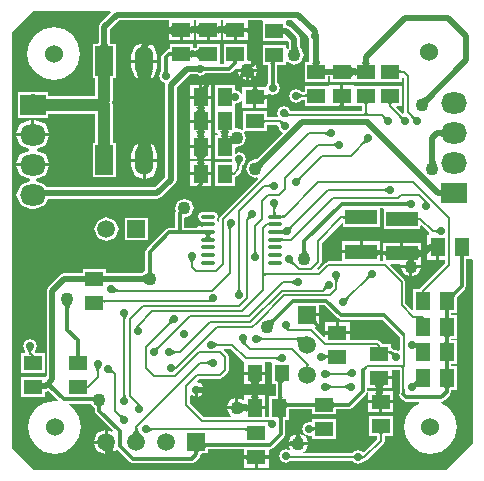
<source format=gbl>
G04 Layer_Physical_Order=2*
G04 Layer_Color=16711680*
%FSTAX24Y24*%
%MOIN*%
G70*
G01*
G75*
%ADD20R,0.0500X0.0630*%
%ADD21R,0.0630X0.0500*%
%ADD24C,0.0118*%
%ADD25C,0.0197*%
%ADD26C,0.0079*%
%ADD27C,0.0394*%
%ADD29R,0.0866X0.0709*%
%ADD30O,0.0866X0.0709*%
%ADD31R,0.0591X0.0591*%
%ADD32C,0.0591*%
%ADD33C,0.0600*%
%ADD34O,0.0600X0.1000*%
%ADD35R,0.0600X0.1000*%
%ADD36R,0.0591X0.0591*%
%ADD37C,0.0276*%
%ADD38C,0.0433*%
%ADD39O,0.0492X0.0138*%
%ADD40R,0.0500X0.0550*%
%ADD41R,0.1063X0.0512*%
G36*
X035654Y029964D02*
X035646Y029955D01*
X035638Y029945D01*
X035632Y029935D01*
X035627Y029924D01*
X035623Y029912D01*
X03562Y029899D01*
X035617Y029886D01*
X035616Y029872D01*
X035616Y029858D01*
X035617Y029843D01*
X03547Y029967D01*
X035486Y029969D01*
X035515Y029974D01*
X035529Y029978D01*
X035542Y029982D01*
X035554Y029987D01*
X035565Y029993D01*
X035575Y03D01*
X035585Y030007D01*
X035593Y030015D01*
X035654Y029964D01*
D02*
G37*
G36*
X0354Y029718D02*
X035386Y029727D01*
X03536Y029743D01*
X035347Y029749D01*
X035335Y029754D01*
X035322Y029759D01*
X035314Y029761D01*
X035301Y029758D01*
X035291Y029755D01*
X035282Y029751D01*
X035273Y029747D01*
X035266Y029742D01*
Y029816D01*
X03526Y029845D01*
X035266Y029846D01*
Y02987D01*
X035273Y029865D01*
X035282Y029861D01*
X035291Y029857D01*
X035301Y029854D01*
X035303Y029853D01*
X035308Y029855D01*
X035318Y029861D01*
X035329Y029868D01*
X035339Y029876D01*
X035348Y029885D01*
X035357Y029896D01*
X035366Y029908D01*
X0354Y029718D01*
D02*
G37*
G36*
X032634Y029742D02*
X032632Y029743D01*
X032627Y029744D01*
X03262Y029745D01*
X032586Y029746D01*
X032509Y029747D01*
Y029865D01*
X032634Y02987D01*
Y029742D01*
D02*
G37*
G36*
X040512Y029744D02*
X0405Y029754D01*
X040489Y029764D01*
X040478Y029773D01*
X040466Y02978D01*
X040455Y029786D01*
X040443Y029792D01*
X040431Y029795D01*
X040419Y029798D01*
X040407Y0298D01*
X040395Y029801D01*
Y029879D01*
X040407Y02988D01*
X040419Y029882D01*
X040431Y029885D01*
X040443Y029889D01*
X040455Y029894D01*
X040466Y0299D01*
X040478Y029907D01*
X040489Y029916D01*
X0405Y029926D01*
X040512Y029936D01*
Y029744D01*
D02*
G37*
G36*
X03983Y030313D02*
X039832Y030306D01*
X039836Y0303D01*
X039842Y030295D01*
X039849Y030291D01*
X039858Y030287D01*
X039868Y030285D01*
X03988Y030283D01*
X039894Y030282D01*
X039909Y030281D01*
Y030202D01*
X039894Y030202D01*
X03988Y030201D01*
X039868Y030199D01*
X039858Y030196D01*
X039849Y030193D01*
X039842Y030188D01*
X039836Y030183D01*
X039832Y030177D01*
X03983Y03017D01*
X039829Y030163D01*
Y03032D01*
X03983Y030313D01*
D02*
G37*
G36*
X037421Y030213D02*
X03742Y03022D01*
X037418Y030227D01*
X037414Y030233D01*
X037408Y030238D01*
X037401Y030243D01*
X037392Y030246D01*
X037382Y030249D01*
X03737Y030251D01*
X037356Y030252D01*
X037341Y030252D01*
Y030331D01*
X037356Y030332D01*
X03737Y030333D01*
X037382Y030335D01*
X037392Y030337D01*
X037401Y030341D01*
X037408Y030345D01*
X037414Y03035D01*
X037418Y030356D01*
X03742Y030363D01*
X037421Y030371D01*
Y030213D01*
D02*
G37*
G36*
X03366Y029976D02*
X033648Y029969D01*
X033637Y029962D01*
X033627Y029954D01*
X033619Y029946D01*
X033612Y029936D01*
X033606Y029926D01*
X033601Y029916D01*
X033598Y029904D01*
X033596Y029892D01*
X033595Y02988D01*
X033517Y029908D01*
X033516Y029918D01*
X033515Y029929D01*
X033513Y029941D01*
X03351Y029953D01*
X033502Y029979D01*
X033497Y029993D01*
X033485Y030022D01*
X033477Y030037D01*
X03366Y029976D01*
D02*
G37*
G36*
X03869Y030576D02*
Y029907D01*
X03991D01*
Y030005D01*
X039956Y030025D01*
X040216Y029765D01*
X040195Y029715D01*
X04015D01*
Y02935D01*
X040314D01*
Y029374D01*
X040319Y029372D01*
X040328Y029369D01*
X040339Y029367D01*
X040353Y029365D01*
X04039Y029362D01*
X040468Y029359D01*
X0405Y029359D01*
Y02935D01*
Y0293D01*
X04055D01*
Y028885D01*
X040742D01*
Y028763D01*
X03991Y02793D01*
X039894Y027894D01*
X039671D01*
Y027235D01*
X039625Y027216D01*
X039418Y027423D01*
Y02814D01*
X03938Y02823D01*
X038913Y028698D01*
X038932Y028744D01*
X039251D01*
X039279Y028703D01*
X039278Y0287D01*
X039922D01*
X039914Y028718D01*
X039931Y028744D01*
X039931D01*
Y028994D01*
X039926Y028993D01*
X0399Y028986D01*
X039879Y028977D01*
X039861Y028966D01*
X039847Y028953D01*
X039837Y028939D01*
X039831Y028922D01*
X039829Y028903D01*
Y02905D01*
X03953D01*
Y02903D01*
X03967D01*
X039668Y029026D01*
X039666Y029019D01*
X039664Y029007D01*
X039662Y028974D01*
X039661Y02896D01*
X039663Y028951D01*
X039667Y028933D01*
X039674Y028914D01*
X039682Y028896D01*
X039692Y028878D01*
X039704Y028859D01*
X039715Y028845D01*
X039718D01*
X039715Y028845D01*
X039718Y028841D01*
X039734Y028823D01*
X039752Y028805D01*
X039669D01*
X039669Y028803D01*
X039664Y028787D01*
X039661Y02877D01*
X03966Y02875D01*
X039659Y028727D01*
X039541D01*
X03954Y02875D01*
X039539Y02877D01*
X039536Y028787D01*
X039532Y028803D01*
X039531Y028805D01*
X039448D01*
X039466Y028823D01*
X039482Y028841D01*
X039485Y028845D01*
X039482Y028845D01*
X039485D01*
X039496Y028859D01*
X039508Y028878D01*
X039518Y028896D01*
X039526Y028914D01*
X039533Y028933D01*
X039535Y028942D01*
X03953Y02903D01*
X039526Y029032D01*
X039519Y029034D01*
X039507Y029036D01*
X039474Y029038D01*
X039324Y029041D01*
Y02905D01*
X038771D01*
Y028982D01*
X03877Y028993D01*
X038766Y029003D01*
X03876Y029012D01*
X038752Y02902D01*
X038741Y029026D01*
X038728Y029032D01*
X038712Y029036D01*
X038695Y029039D01*
X038674Y02904D01*
X038668Y029041D01*
Y028828D01*
X038582D01*
Y029041D01*
X038576Y02904D01*
X038555Y029039D01*
X038538Y029036D01*
X038522Y029032D01*
X038509Y029026D01*
X038498Y02902D01*
X03849Y029012D01*
X038484Y029003D01*
X03848Y028993D01*
X038479Y028982D01*
Y0291D01*
X037318D01*
Y028828D01*
X03685D01*
X03676Y02879D01*
X036513Y028544D01*
X036498Y028546D01*
X036481Y0286D01*
X036585Y028704D01*
X036623Y028795D01*
Y029453D01*
X03729Y030121D01*
X03734Y0301D01*
Y029957D01*
X03856D01*
Y030601D01*
X03865D01*
X03869Y030576D01*
D02*
G37*
G36*
X032945Y029737D02*
X032935Y029733D01*
X032926Y029727D01*
X032918Y029719D01*
X032912Y029708D01*
X032906Y029695D01*
X032902Y02968D01*
X032902Y029678D01*
X032902Y029676D01*
X032906Y029661D01*
X032912Y029648D01*
X032918Y029637D01*
X032926Y029629D01*
X032935Y029623D01*
X032945Y029619D01*
X032956Y029618D01*
X03272D01*
X032731Y029619D01*
X032741Y029623D01*
X03275Y029629D01*
X032757Y029637D01*
X032764Y029648D01*
X032769Y029661D01*
X032773Y029676D01*
X032774Y029678D01*
X032773Y02968D01*
X032769Y029695D01*
X032764Y029708D01*
X032757Y029719D01*
X03275Y029727D01*
X032741Y029733D01*
X032731Y029737D01*
X03272Y029738D01*
X032956D01*
X032945Y029737D01*
D02*
G37*
G36*
X03673Y025736D02*
X036741Y025726D01*
X036752Y025717D01*
X036764Y02571D01*
X036775Y025704D01*
X036787Y025698D01*
X036799Y025695D01*
X036801Y025694D01*
X036808Y025696D01*
X036817Y025699D01*
X036824Y025704D01*
X036829Y025709D01*
X036833Y025715D01*
X036835Y025721D01*
X036836Y025729D01*
Y025571D01*
X036835Y025579D01*
X036833Y025585D01*
X036829Y025591D01*
X036824Y025596D01*
X036817Y025601D01*
X036808Y025604D01*
X036801Y025606D01*
X036799Y025605D01*
X036787Y025601D01*
X036775Y025596D01*
X036764Y02559D01*
X036752Y025583D01*
X036741Y025574D01*
X03673Y025564D01*
X036718Y025554D01*
Y025746D01*
X03673Y025736D01*
D02*
G37*
G36*
X035202Y025504D02*
X03519Y025514D01*
X035179Y025524D01*
X035168Y025533D01*
X035156Y02554D01*
X035145Y025546D01*
X035133Y025552D01*
X035121Y025555D01*
X035109Y025558D01*
X035097Y02556D01*
X035085Y025561D01*
Y025639D01*
X035097Y02564D01*
X035109Y025642D01*
X035121Y025645D01*
X035133Y025649D01*
X035145Y025654D01*
X035156Y02566D01*
X035168Y025667D01*
X035179Y025676D01*
X03519Y025686D01*
X035202Y025696D01*
Y025504D01*
D02*
G37*
G36*
X03445Y029163D02*
X034452Y029151D01*
X034455Y029139D01*
X034458Y029127D01*
X034464Y029115D01*
X03447Y029104D01*
X034477Y029092D01*
X034486Y029081D01*
X034496Y02907D01*
X034506Y029058D01*
X034314D01*
X034324Y02907D01*
X034334Y029081D01*
X034343Y029092D01*
X03435Y029104D01*
X034356Y029115D01*
X034362Y029127D01*
X034365Y029139D01*
X034368Y029151D01*
X03437Y029163D01*
X034371Y029175D01*
X034449D01*
X03445Y029163D01*
D02*
G37*
G36*
X038865Y025871D02*
X038867Y025865D01*
X038871Y025859D01*
X038876Y025854D01*
X038883Y025849D01*
X038892Y025846D01*
X038902Y025843D01*
X038914Y025841D01*
X038928Y02584D01*
X038943Y025839D01*
Y025793D01*
X038978Y025828D01*
X038987Y025819D01*
X038997Y025811D01*
X039007Y025804D01*
X039018Y025799D01*
X039028Y025794D01*
X039039Y025791D01*
X03905Y025788D01*
X039062Y025787D01*
X039074Y025786D01*
X039086Y025787D01*
X038963Y025664D01*
X038964Y025676D01*
X038963Y025688D01*
X038962Y0257D01*
X038959Y025711D01*
X038956Y025722D01*
X038951Y025732D01*
X038946Y025743D01*
X038939Y025753D01*
X038933Y02576D01*
X038928Y02576D01*
X038914Y025759D01*
X038902Y025757D01*
X038892Y025754D01*
X038883Y025751D01*
X038876Y025746D01*
X038871Y025741D01*
X038867Y025735D01*
X038865Y025729D01*
X038864Y025721D01*
Y025879D01*
X038865Y025871D01*
D02*
G37*
G36*
X03619Y025389D02*
X03619Y02538D01*
X036192Y025371D01*
X036193Y025363D01*
X036195Y025356D01*
X036198Y025351D01*
X036201Y025346D01*
X036205Y025342D01*
X036209Y02534D01*
X036214Y025338D01*
X036086D01*
X036091Y02534D01*
X036095Y025342D01*
X036099Y025346D01*
X036102Y025351D01*
X036105Y025356D01*
X036107Y025363D01*
X036108Y025371D01*
X03611Y02538D01*
X03611Y025389D01*
X036111Y0254D01*
X036189D01*
X03619Y025389D01*
D02*
G37*
G36*
X040907Y025485D02*
X040897Y025481D01*
X040888Y025476D01*
X04088Y025467D01*
X040874Y025457D01*
X040869Y025444D01*
X040864Y025428D01*
X040861Y025411D01*
X04086Y025391D01*
X040859Y025375D01*
X04086Y025359D01*
X040861Y025339D01*
X040864Y025321D01*
X040869Y025306D01*
X040874Y025292D01*
X04088Y025282D01*
X040888Y025273D01*
X040897Y025267D01*
X040907Y025264D01*
X040918Y025263D01*
X040682D01*
X040693Y025264D01*
X040703Y025267D01*
X040712Y025273D01*
X04072Y025282D01*
X040726Y025292D01*
X040732Y025306D01*
X040736Y025321D01*
X040739Y025339D01*
X04074Y025359D01*
X040741Y025375D01*
X04074Y025391D01*
X040739Y025411D01*
X040736Y025428D01*
X040732Y025444D01*
X040726Y025457D01*
X04072Y025467D01*
X040712Y025476D01*
X040703Y025481D01*
X040693Y025485D01*
X040682Y025486D01*
X040918D01*
X040907Y025485D01*
D02*
G37*
G36*
X032902Y025354D02*
X03289Y025364D01*
X032879Y025374D01*
X032868Y025383D01*
X032856Y02539D01*
X032845Y025396D01*
X032833Y025401D01*
X032821Y025405D01*
X032809Y025408D01*
X032797Y02541D01*
X032785Y025411D01*
Y025489D01*
X032797Y02549D01*
X032809Y025492D01*
X032821Y025495D01*
X032833Y025498D01*
X032845Y025504D01*
X032856Y02551D01*
X032868Y025517D01*
X032879Y025526D01*
X03289Y025536D01*
X032902Y025546D01*
Y025354D01*
D02*
G37*
G36*
X035273Y029609D02*
X035282Y029605D01*
X035291Y029601D01*
X035301Y029598D01*
X035311Y029595D01*
X035322Y029593D01*
X035346Y02959D01*
X035359Y02959D01*
X035373Y029589D01*
Y029511D01*
X035359Y02951D01*
X035334Y029508D01*
X035322Y029507D01*
X035301Y029502D01*
X035291Y029499D01*
X035282Y029495D01*
X035273Y029491D01*
X035266Y029486D01*
Y029614D01*
X035273Y029609D01*
D02*
G37*
G36*
X038142Y025287D02*
X038059Y0252D01*
X038Y025259D01*
X038001Y02526D01*
X038005Y025262D01*
X038015Y025272D01*
X038087Y025342D01*
X038142Y025287D01*
D02*
G37*
G36*
X029246Y02529D02*
X029236Y025279D01*
X029227Y025268D01*
X02922Y025256D01*
X029214Y025245D01*
X029209Y025233D01*
X029205Y025221D01*
X029202Y025209D01*
X0292Y025197D01*
X029199Y025185D01*
X029121D01*
X02912Y025197D01*
X029118Y025209D01*
X029115Y025221D01*
X029111Y025233D01*
X029106Y025245D01*
X0291Y025256D01*
X029093Y025268D01*
X029084Y025279D01*
X029074Y02529D01*
X029064Y025302D01*
X029256D01*
X029246Y02529D01*
D02*
G37*
G36*
X039311Y025222D02*
X03931Y025237D01*
X039307Y02525D01*
X039304Y025262D01*
X039298Y025272D01*
X039291Y025281D01*
X039282Y025288D01*
X039272Y025294D01*
X03926Y025297D01*
X039247Y0253D01*
X039232Y025301D01*
X03935Y02534D01*
X039311Y025222D01*
D02*
G37*
G36*
X03595Y031594D02*
X035942Y031585D01*
X035934Y031575D01*
X035928Y031565D01*
X035922Y031554D01*
X035918Y031542D01*
X035914Y031529D01*
X035911Y031516D01*
X035909Y031502D01*
X035908Y031487D01*
X035908Y031471D01*
X035771Y031608D01*
X035787Y031608D01*
X035802Y031609D01*
X035816Y031611D01*
X035829Y031614D01*
X035842Y031618D01*
X035854Y031622D01*
X035865Y031628D01*
X035875Y031634D01*
X035885Y031642D01*
X035894Y03165D01*
X03595Y031594D01*
D02*
G37*
G36*
X034718Y032079D02*
X034702Y032062D01*
X034676Y03203D01*
X034665Y032014D01*
X034656Y031999D01*
X034649Y031983D01*
X034644Y031968D01*
X03464Y031952D01*
X034637Y031937D01*
X034637Y031922D01*
X034422Y032137D01*
X034437Y032137D01*
X034452Y03214D01*
X034468Y032144D01*
X034483Y032149D01*
X034499Y032156D01*
X034514Y032165D01*
X03453Y032176D01*
X034546Y032188D01*
X034562Y032202D01*
X034579Y032218D01*
X034718Y032079D01*
D02*
G37*
G36*
X033951Y032119D02*
X033939Y032109D01*
X033929Y0321D01*
X03392Y03209D01*
X033912Y03208D01*
X033905Y032069D01*
X033899Y032058D01*
X033895Y032047D01*
X033892Y032035D01*
X03389Y032023D01*
X033889Y032011D01*
X033811Y032023D01*
X03381Y032035D01*
X033809Y032046D01*
X033806Y032058D01*
X033803Y03207D01*
X033798Y032083D01*
X033793Y032095D01*
X033786Y032108D01*
X033778Y03212D01*
X03376Y032147D01*
X033951Y032119D01*
D02*
G37*
G36*
X033648Y031799D02*
X03365Y031797D01*
X033652Y031795D01*
X033656Y031794D01*
X033661Y031792D01*
X033666Y031791D01*
X033673Y03179D01*
X03369Y031789D01*
X0337Y031789D01*
Y031711D01*
X03369Y031711D01*
X033666Y031709D01*
X033661Y031708D01*
X033656Y031706D01*
X033652Y031705D01*
X03365Y031703D01*
X033648Y031701D01*
X033648Y031699D01*
Y031801D01*
X033648Y031799D01*
D02*
G37*
G36*
X029637Y025275D02*
X029654Y025232D01*
X02966Y02522D01*
X029673Y025197D01*
X02968Y025188D01*
X029687Y025179D01*
X029695Y025171D01*
X029658Y025096D01*
X029649Y025105D01*
X029639Y025112D01*
X029628Y025118D01*
X029618Y025122D01*
X029606Y025125D01*
X029595Y025127D01*
X029583Y025127D01*
X02957Y025126D01*
X029557Y025123D01*
X029544Y025119D01*
X029632Y025291D01*
X029637Y025275D01*
D02*
G37*
G36*
X031731Y025321D02*
X031733Y02532D01*
X031735Y025319D01*
X031739Y025318D01*
X031743Y025318D01*
X031754Y025317D01*
X031768Y025316D01*
X031777Y025316D01*
Y025237D01*
X031768Y025237D01*
X031739Y025235D01*
X031735Y025234D01*
X031733Y025234D01*
X031731Y025232D01*
X03173Y025231D01*
Y025322D01*
X031731Y025321D01*
D02*
G37*
G36*
X03509Y03045D02*
X035091Y030437D01*
X035093Y030425D01*
X035096Y030414D01*
X035099Y030406D01*
X035104Y030398D01*
X035109Y030393D01*
X035115Y030389D01*
X035121Y030386D01*
X035129Y030386D01*
X034971D01*
X034979Y030386D01*
X034985Y030389D01*
X034991Y030393D01*
X034996Y030398D01*
X035001Y030406D01*
X035004Y030414D01*
X035007Y030425D01*
X035009Y030437D01*
X03501Y03045D01*
X035011Y030465D01*
X035089D01*
X03509Y03045D01*
D02*
G37*
G36*
X035136Y03067D02*
X035126Y030659D01*
X035117Y030648D01*
X03511Y030636D01*
X035104Y030625D01*
X035099Y030613D01*
X035095Y030601D01*
X035092Y030589D01*
X03509Y030577D01*
X035089Y030565D01*
X035011D01*
X03501Y030577D01*
X035008Y030589D01*
X035005Y030601D01*
X035001Y030613D01*
X034996Y030625D01*
X03499Y030636D01*
X034983Y030648D01*
X034974Y030659D01*
X034964Y03067D01*
X034954Y030682D01*
X035146D01*
X035136Y03067D01*
D02*
G37*
G36*
X034309Y030262D02*
X034293Y030262D01*
X034278Y030261D01*
X034264Y030259D01*
X034251Y030256D01*
X034238Y030252D01*
X034226Y030248D01*
X034215Y030242D01*
X034205Y030236D01*
X034195Y030228D01*
X034186Y03022D01*
X03413Y030276D01*
X034138Y030285D01*
X034146Y030295D01*
X034152Y030305D01*
X034158Y030316D01*
X034162Y030328D01*
X034166Y030341D01*
X034169Y030354D01*
X034171Y030368D01*
X034172Y030383D01*
X034172Y030399D01*
X034309Y030262D01*
D02*
G37*
G36*
X03529Y030365D02*
X035293Y030363D01*
X035297Y030362D01*
X035302Y03036D01*
X035309Y030359D01*
X035325Y030358D01*
X035346Y030357D01*
X035358Y030357D01*
Y030278D01*
X035346Y030278D01*
X035309Y030276D01*
X035302Y030275D01*
X035297Y030274D01*
X035293Y030272D01*
X03529Y030271D01*
X035288Y030269D01*
Y030367D01*
X03529Y030365D01*
D02*
G37*
G36*
X038822Y031114D02*
X03881Y031124D01*
X038799Y031134D01*
X038788Y031143D01*
X038776Y03115D01*
X038765Y031156D01*
X038753Y031161D01*
X038741Y031165D01*
X038729Y031168D01*
X038717Y03117D01*
X038705Y031171D01*
Y031249D01*
X038717Y03125D01*
X038729Y031252D01*
X038741Y031255D01*
X038753Y031258D01*
X038765Y031264D01*
X038776Y03127D01*
X038788Y031277D01*
X038799Y031286D01*
X03881Y031296D01*
X038822Y031306D01*
Y031114D01*
D02*
G37*
G36*
X034952Y031254D02*
X03494Y031264D01*
X034929Y031274D01*
X034918Y031283D01*
X034906Y03129D01*
X034895Y031296D01*
X034883Y031302D01*
X034871Y031305D01*
X034859Y031308D01*
X034847Y03131D01*
X034835Y031311D01*
Y031389D01*
X034847Y03139D01*
X034859Y031392D01*
X034871Y031395D01*
X034883Y031398D01*
X034895Y031404D01*
X034906Y03141D01*
X034918Y031417D01*
X034929Y031426D01*
X03494Y031436D01*
X034952Y031446D01*
Y031254D01*
D02*
G37*
G36*
X039502Y030654D02*
X039494Y030661D01*
X039486Y030667D01*
X039476Y030673D01*
X039467Y030677D01*
X039456Y030682D01*
X039445Y030685D01*
X039433Y030688D01*
X03942Y030689D01*
X039407Y030691D01*
X039393Y030691D01*
Y030809D01*
X039407Y030809D01*
X03942Y030811D01*
X039433Y030812D01*
X039445Y030815D01*
X039456Y030818D01*
X039467Y030823D01*
X039476Y030827D01*
X039486Y030833D01*
X039494Y030839D01*
X039502Y030846D01*
Y030654D01*
D02*
G37*
G36*
X040619Y030986D02*
X040618Y030989D01*
X040615Y030992D01*
X040609Y030994D01*
X040601Y030996D01*
X040591Y030998D01*
X040563Y031D01*
X040526Y031001D01*
X040505Y031002D01*
Y031198D01*
X040526Y031199D01*
X040601Y031204D01*
X040609Y031206D01*
X040615Y031208D01*
X040618Y031211D01*
X040619Y031214D01*
Y030986D01*
D02*
G37*
G36*
X03169Y026762D02*
X031675Y026762D01*
X03166Y026761D01*
X031646Y026759D01*
X031632Y026756D01*
X03162Y026752D01*
X031608Y026748D01*
X031597Y026742D01*
X031586Y026736D01*
X031577Y026728D01*
X031568Y02672D01*
X031512Y026776D01*
X03152Y026785D01*
X031527Y026795D01*
X031534Y026805D01*
X031539Y026816D01*
X031544Y026828D01*
X031548Y026841D01*
X03155Y026854D01*
X031552Y026868D01*
X031554Y026883D01*
X031554Y026899D01*
X03169Y026762D01*
D02*
G37*
G36*
X030136Y027D02*
X030126Y026989D01*
X030117Y026978D01*
X03011Y026966D01*
X030104Y026955D01*
X030099Y026943D01*
X030095Y026931D01*
X030092Y026919D01*
X03009Y026907D01*
X030089Y026895D01*
X030011D01*
X03001Y026907D01*
X030008Y026919D01*
X030005Y026931D01*
X030001Y026943D01*
X029996Y026955D01*
X02999Y026966D01*
X029983Y026978D01*
X029974Y026989D01*
X029964Y027D01*
X029954Y027012D01*
X030146D01*
X030136Y027D01*
D02*
G37*
G36*
X035081Y026847D02*
X035068Y026834D01*
X035057Y026819D01*
X035048Y026802D01*
X035039Y026785D01*
X035032Y026766D01*
X035026Y026746D01*
X035022Y026724D01*
X035019Y026701D01*
X035017Y026677D01*
X035017Y026652D01*
X034802Y026867D01*
X034827Y026867D01*
X034851Y026869D01*
X034874Y026872D01*
X034896Y026876D01*
X034916Y026882D01*
X034935Y026889D01*
X034952Y026898D01*
X034969Y026907D01*
X034984Y026918D01*
X034997Y026931D01*
X035081Y026847D01*
D02*
G37*
G36*
X036437Y026914D02*
X036434Y026903D01*
Y02689D01*
X036437Y026876D01*
X036444Y02686D01*
X036454Y026843D01*
X036467Y026824D01*
X036484Y026803D01*
X036528Y026756D01*
X036444Y026672D01*
X03642Y026696D01*
X036376Y026733D01*
X036357Y026746D01*
X03634Y026756D01*
X036324Y026763D01*
X03631Y026766D01*
X036297D01*
X036286Y026763D01*
X036277Y026756D01*
X036444Y026923D01*
X036437Y026914D01*
D02*
G37*
G36*
X029365Y027573D02*
X029367Y027566D01*
X029371Y02756D01*
X029376Y027555D01*
X029383Y027551D01*
X029392Y027547D01*
X029402Y027544D01*
X029414Y027543D01*
X029428Y027541D01*
X029443Y027541D01*
Y027462D01*
X029428Y027462D01*
X029414Y027461D01*
X029402Y027459D01*
X029392Y027456D01*
X029383Y027452D01*
X029376Y027448D01*
X029371Y027443D01*
X029367Y027437D01*
X029365Y02743D01*
X029364Y027423D01*
Y02758D01*
X029365Y027573D01*
D02*
G37*
G36*
X037526Y027591D02*
X037518Y027582D01*
X037511Y027572D01*
X037505Y027562D01*
X037499Y02755D01*
X037494Y027539D01*
X037491Y027526D01*
X037488Y027513D01*
X037486Y027498D01*
X037485Y027484D01*
X037484Y027468D01*
X037348Y027604D01*
X037364Y027605D01*
X037378Y027606D01*
X037393Y027608D01*
X037406Y027611D01*
X037419Y027614D01*
X03743Y027619D01*
X037442Y027625D01*
X037452Y027631D01*
X037462Y027638D01*
X037471Y027646D01*
X037526Y027591D01*
D02*
G37*
G36*
X040907Y027185D02*
X040897Y027181D01*
X040888Y027176D01*
X04088Y027167D01*
X040874Y027157D01*
X040869Y027144D01*
X040864Y027128D01*
X040861Y027111D01*
X04086Y027091D01*
X040859Y027075D01*
X04086Y027059D01*
X040861Y027039D01*
X040864Y027021D01*
X040869Y027006D01*
X040874Y026992D01*
X04088Y026982D01*
X040888Y026973D01*
X040897Y026967D01*
X040907Y026964D01*
X040918Y026963D01*
X040682D01*
X040693Y026964D01*
X040703Y026967D01*
X040712Y026973D01*
X04072Y026982D01*
X040726Y026992D01*
X040732Y027006D01*
X040736Y027021D01*
X040739Y027039D01*
X04074Y027059D01*
X040741Y027075D01*
X04074Y027091D01*
X040739Y027111D01*
X040736Y027128D01*
X040732Y027144D01*
X040726Y027157D01*
X04072Y027167D01*
X040712Y027176D01*
X040703Y027181D01*
X040693Y027185D01*
X040682Y027186D01*
X040918D01*
X040907Y027185D01*
D02*
G37*
G36*
X028284Y027397D02*
X028268Y027379D01*
X028254Y027361D01*
X028242Y027342D01*
X028232Y027324D01*
X028224Y027306D01*
X028217Y027287D01*
X028213Y027269D01*
X02821Y02725D01*
X028209Y027232D01*
X028091D01*
X02809Y02725D01*
X028087Y027269D01*
X028083Y027287D01*
X028076Y027306D01*
X028068Y027324D01*
X028058Y027342D01*
X028046Y027361D01*
X028032Y027379D01*
X028016Y027397D01*
X027998Y027415D01*
X028302D01*
X028284Y027397D01*
D02*
G37*
G36*
X03053Y026679D02*
X030531Y026661D01*
X030533Y026653D01*
X030535Y026646D01*
X030537Y026639D01*
X03054Y026634D01*
X030543Y02663D01*
X030547Y026626D01*
X030551Y026624D01*
X030429D01*
X030433Y026626D01*
X030437Y02663D01*
X03044Y026634D01*
X030443Y026639D01*
X030445Y026646D01*
X030447Y026653D01*
X030449Y026661D01*
X03045Y026669D01*
X03045Y026679D01*
X030451Y02669D01*
X030529D01*
X03053Y026679D01*
D02*
G37*
G36*
X034105Y026172D02*
X0341Y026162D01*
X034097Y026152D01*
X034095Y026142D01*
X034096Y026132D01*
X034098Y026122D01*
X034101Y026112D01*
X034107Y026102D01*
X034114Y026093D01*
X034123Y026083D01*
X034053Y026041D01*
X034038Y026056D01*
X033961Y026123D01*
X03395Y026131D01*
X03393Y026144D01*
X034111Y026182D01*
X034105Y026172D01*
D02*
G37*
G36*
X040907Y026335D02*
X040897Y026331D01*
X040888Y026326D01*
X04088Y026317D01*
X040874Y026307D01*
X040869Y026294D01*
X040864Y026278D01*
X040861Y026261D01*
X04086Y026241D01*
X040859Y026225D01*
X04086Y026209D01*
X040861Y026189D01*
X040864Y026171D01*
X040869Y026156D01*
X040874Y026142D01*
X04088Y026132D01*
X040888Y026123D01*
X040897Y026117D01*
X040907Y026114D01*
X040918Y026113D01*
X040682D01*
X040693Y026114D01*
X040703Y026117D01*
X040712Y026123D01*
X04072Y026132D01*
X040726Y026142D01*
X040732Y026156D01*
X040736Y026171D01*
X040739Y026189D01*
X04074Y026209D01*
X040741Y026225D01*
X04074Y026241D01*
X040739Y026261D01*
X040736Y026278D01*
X040732Y026294D01*
X040726Y026307D01*
X04072Y026317D01*
X040712Y026326D01*
X040703Y026331D01*
X040693Y026335D01*
X040682Y026336D01*
X040918D01*
X040907Y026335D01*
D02*
G37*
G36*
X03306Y026136D02*
X033071Y026126D01*
X033082Y026117D01*
X033094Y02611D01*
X033105Y026104D01*
X033117Y026098D01*
X033129Y026095D01*
X033141Y026092D01*
X033153Y02609D01*
X033165Y026089D01*
Y026011D01*
X033153Y02601D01*
X033141Y026008D01*
X033129Y026005D01*
X033117Y026002D01*
X033105Y025996D01*
X033094Y02599D01*
X033082Y025983D01*
X033071Y025974D01*
X03306Y025964D01*
X033048Y025954D01*
Y026146D01*
X03306Y026136D01*
D02*
G37*
G36*
X035855Y026041D02*
X035853Y026073D01*
X035848Y026102D01*
X035841Y026127D01*
X035832Y026149D01*
X03582Y026168D01*
X035806Y026183D01*
X035789Y026195D01*
X03577Y026204D01*
X035749Y026209D01*
X035725Y026211D01*
X035756Y026289D01*
X035769Y02629D01*
X035811Y026294D01*
X035993Y026322D01*
X036098Y026341D01*
X035855Y026041D01*
D02*
G37*
G36*
X037161Y026926D02*
X037161Y026926D01*
X037266Y026882D01*
X038658D01*
X039228Y026312D01*
Y025876D01*
X039186Y025849D01*
X0391Y025884D01*
X039062Y025869D01*
X03904Y02589D01*
X03895Y025928D01*
X038944D01*
Y026079D01*
X038645D01*
X03864Y02609D01*
X03856Y02617D01*
X03847Y026208D01*
X037565D01*
Y0264D01*
X03715D01*
X036836D01*
Y026364D01*
X036835Y026369D01*
X036833Y026374D01*
X036828Y026378D01*
X036822Y026381D01*
X036815Y026384D01*
X036805Y026387D01*
X036794Y026388D01*
X036781Y02639D01*
X03675Y026391D01*
Y0264D01*
X036735D01*
Y026321D01*
X036689Y026302D01*
X036386Y026605D01*
X036407Y026655D01*
X036545D01*
Y027D01*
X03615D01*
Y0271D01*
X036545D01*
Y027366D01*
X03672D01*
X037161Y026926D01*
D02*
G37*
G36*
X035529Y026604D02*
X035529Y026602D01*
X035529Y0266D01*
X03553Y026598D01*
X035532Y026596D01*
X035534Y026593D01*
X03554Y026586D01*
X035548Y026578D01*
X035492Y026522D01*
X035449Y026564D01*
X035529Y026605D01*
X035529Y026604D01*
D02*
G37*
G36*
X03456Y026336D02*
X034571Y026326D01*
X034582Y026317D01*
X034594Y02631D01*
X034605Y026304D01*
X034617Y026298D01*
X034629Y026295D01*
X034641Y026292D01*
X034653Y02629D01*
X034665Y026289D01*
Y026211D01*
X034653Y02621D01*
X034641Y026208D01*
X034629Y026205D01*
X034617Y026202D01*
X034605Y026196D01*
X034594Y02619D01*
X034582Y026183D01*
X034571Y026174D01*
X03456Y026164D01*
X034548Y026154D01*
Y026346D01*
X03456Y026336D01*
D02*
G37*
G36*
X039779Y026101D02*
X039799Y026067D01*
X039807Y026057D01*
X039829Y026028D01*
X039837Y026019D01*
X039845Y026011D01*
X039825Y025919D01*
X039816Y025928D01*
X039806Y025935D01*
X039796Y02594D01*
X039786Y025944D01*
X039776Y025946D01*
X039765Y025947D01*
X039755Y025946D01*
X039744Y025943D01*
X039733Y025938D01*
X039722Y025932D01*
X039772Y026113D01*
X039779Y026101D01*
D02*
G37*
G36*
X03166Y025886D02*
X031671Y025876D01*
X031682Y025867D01*
X031694Y02586D01*
X031705Y025854D01*
X031717Y025849D01*
X031729Y025845D01*
X031741Y025842D01*
X031753Y02584D01*
X031765Y025839D01*
Y025761D01*
X031753Y02576D01*
X031741Y025758D01*
X031729Y025755D01*
X031717Y025752D01*
X031705Y025746D01*
X031694Y02574D01*
X031682Y025733D01*
X031671Y025724D01*
X03166Y025714D01*
X031648Y025704D01*
Y025896D01*
X03166Y025886D01*
D02*
G37*
G36*
X035668Y028883D02*
X035669Y028868D01*
X035671Y028854D01*
X035674Y028841D01*
X035678Y028828D01*
X035682Y028816D01*
X035688Y028805D01*
X035694Y028795D01*
X035702Y028785D01*
X03571Y028776D01*
X035654Y02872D01*
X035645Y028728D01*
X035635Y028736D01*
X035625Y028742D01*
X035614Y028748D01*
X035602Y028752D01*
X035589Y028756D01*
X035576Y028759D01*
X035562Y028761D01*
X035547Y028762D01*
X035531Y028762D01*
X035668Y028899D01*
X035668Y028883D01*
D02*
G37*
G36*
X03097Y02832D02*
X03083D01*
X030832Y028324D01*
X030834Y028331D01*
X030836Y028343D01*
X030838Y028376D01*
X030841Y028526D01*
X030959D01*
X03097Y02832D01*
D02*
G37*
G36*
X03121Y025932D02*
X031202Y025923D01*
X031194Y025914D01*
X031188Y025903D01*
X031182Y025892D01*
X031178Y02588D01*
X031174Y025868D01*
X031171Y025854D01*
X031169Y02584D01*
X031168Y025825D01*
X031168Y02581D01*
X031031Y025946D01*
X031047Y025946D01*
X031062Y025947D01*
X031076Y025949D01*
X031089Y025952D01*
X031102Y025956D01*
X031114Y025961D01*
X031125Y025966D01*
X031135Y025973D01*
X031145Y02598D01*
X031154Y025988D01*
X03121Y025932D01*
D02*
G37*
G36*
X02856Y025794D02*
X028561Y025774D01*
X028564Y025756D01*
X028568Y025741D01*
X028574Y025727D01*
X02858Y025717D01*
X028588Y025708D01*
X028597Y025702D01*
X028607Y025699D01*
X028618Y025698D01*
X028382D01*
X028393Y025699D01*
X028403Y025702D01*
X028412Y025708D01*
X02842Y025717D01*
X028426Y025727D01*
X028431Y025741D01*
X028436Y025756D01*
X028439Y025774D01*
X02844Y025794D01*
X028441Y025817D01*
X028559D01*
X02856Y025794D01*
D02*
G37*
G36*
X03611Y02922D02*
X036113Y029201D01*
X036117Y029183D01*
X036124Y029164D01*
X036132Y029146D01*
X036142Y029128D01*
X036154Y029109D01*
X036168Y029091D01*
X036184Y029073D01*
X036202Y029055D01*
X035898D01*
X035916Y029073D01*
X035932Y029091D01*
X035946Y029109D01*
X035958Y029128D01*
X035968Y029146D01*
X035976Y029164D01*
X035983Y029183D01*
X035987Y029201D01*
X03599Y02922D01*
X035991Y029238D01*
X036109D01*
X03611Y02922D01*
D02*
G37*
G36*
X032386Y02889D02*
X032376Y028879D01*
X032367Y028868D01*
X03236Y028856D01*
X032354Y028845D01*
X032348Y028833D01*
X032345Y028821D01*
X032342Y028809D01*
X03234Y028797D01*
X032339Y028785D01*
X032261D01*
X03226Y028797D01*
X032258Y028809D01*
X032255Y028821D01*
X032252Y028833D01*
X032246Y028845D01*
X03224Y028856D01*
X032233Y028868D01*
X032224Y028879D01*
X032214Y02889D01*
X032204Y028902D01*
X032396D01*
X032386Y02889D01*
D02*
G37*
G36*
X041407Y028985D02*
X041397Y028981D01*
X041388Y028976D01*
X04138Y028967D01*
X041374Y028957D01*
X041368Y028944D01*
X041364Y028928D01*
X041361Y028911D01*
X04136Y028891D01*
X041359Y028868D01*
X041241D01*
X04124Y028891D01*
X041239Y028911D01*
X041236Y028928D01*
X041231Y028944D01*
X041226Y028957D01*
X04122Y028967D01*
X041212Y028976D01*
X041203Y028981D01*
X041193Y028985D01*
X041182Y028986D01*
X041418D01*
X041407Y028985D01*
D02*
G37*
G36*
X034706Y028497D02*
X034708Y028484D01*
X034712Y028472D01*
X034718Y028461D01*
X034725Y028453D01*
X034734Y028446D01*
X034744Y02844D01*
X034756Y028436D01*
X034769Y028434D01*
X034784Y028433D01*
Y028354D01*
X034769Y028354D01*
X034756Y028351D01*
X034744Y028347D01*
X034734Y028342D01*
X034725Y028335D01*
X034718Y028326D01*
X034712Y028316D01*
X034708Y028304D01*
X034706Y028291D01*
X034705Y028276D01*
X034627Y028394D01*
X034705Y028512D01*
X034706Y028497D01*
D02*
G37*
G36*
X03391Y027913D02*
X033912Y027901D01*
X033915Y027889D01*
X033918Y027877D01*
X033924Y027865D01*
X03393Y027854D01*
X033937Y027842D01*
X033946Y027831D01*
X033956Y02782D01*
X033966Y027808D01*
X033774D01*
X033784Y02782D01*
X033794Y027831D01*
X033803Y027842D01*
X03381Y027854D01*
X033816Y027865D01*
X033821Y027877D01*
X033825Y027889D01*
X033828Y027901D01*
X03383Y027913D01*
X033831Y027925D01*
X033909D01*
X03391Y027913D01*
D02*
G37*
G36*
X036863Y027916D02*
X036847Y027916D01*
X036832Y027915D01*
X036818Y027913D01*
X036805Y02791D01*
X036792Y027906D01*
X03678Y027902D01*
X036769Y027896D01*
X036759Y02789D01*
X036749Y027883D01*
X03674Y027874D01*
X036684Y02793D01*
X036693Y027939D01*
X0367Y027949D01*
X036706Y027959D01*
X036712Y02797D01*
X036716Y027982D01*
X03672Y027995D01*
X036723Y028008D01*
X036725Y028022D01*
X036726Y028037D01*
X036726Y028053D01*
X036863Y027916D01*
D02*
G37*
G36*
X029751Y027948D02*
X029758Y027937D01*
X029766Y027927D01*
X029774Y027919D01*
X029784Y027912D01*
X029794Y027906D01*
X029804Y027901D01*
X029816Y027898D01*
X029828Y027896D01*
X02984Y027896D01*
X029813Y027817D01*
X029802Y027816D01*
X029791Y027815D01*
X029779Y027813D01*
X029767Y02781D01*
X029741Y027803D01*
X029727Y027797D01*
X029698Y027785D01*
X029683Y027777D01*
X029744Y02796D01*
X029751Y027948D01*
D02*
G37*
G36*
X041132Y027749D02*
X041112Y027727D01*
X041079Y027688D01*
X041066Y027669D01*
X041056Y027652D01*
X041049Y027636D01*
X041045Y027621D01*
X041043Y027607D01*
X041044Y027594D01*
X041048Y027582D01*
X040947Y027813D01*
X040953Y027803D01*
X040961Y027798D01*
X040972Y027796D01*
X040986Y027799D01*
X041001Y027805D01*
X041019Y027816D01*
X041039Y02783D01*
X041062Y027848D01*
X041114Y027897D01*
X041132Y027749D01*
D02*
G37*
G36*
X037206Y02825D02*
X037196Y028239D01*
X037187Y028228D01*
X03718Y028216D01*
X037174Y028205D01*
X037169Y028193D01*
X037165Y028181D01*
X037162Y028169D01*
X03716Y028157D01*
X037159Y028145D01*
X037081D01*
X03708Y028157D01*
X037078Y028169D01*
X037075Y028181D01*
X037071Y028193D01*
X037066Y028205D01*
X03706Y028216D01*
X037053Y028228D01*
X037044Y028239D01*
X037034Y02825D01*
X037024Y028262D01*
X037216D01*
X037206Y02825D01*
D02*
G37*
G36*
X038299Y028282D02*
X038283Y028282D01*
X038268Y028281D01*
X038254Y028279D01*
X038241Y028276D01*
X038228Y028272D01*
X038216Y028268D01*
X038205Y028262D01*
X038195Y028256D01*
X038185Y028248D01*
X038176Y02824D01*
X03812Y028296D01*
X038128Y028305D01*
X038136Y028315D01*
X038142Y028325D01*
X038148Y028336D01*
X038152Y028348D01*
X038156Y028361D01*
X038159Y028374D01*
X038161Y028388D01*
X038162Y028403D01*
X038162Y028419D01*
X038299Y028282D01*
D02*
G37*
G36*
X035729Y028041D02*
X035718Y028052D01*
X035707Y028062D01*
X035695Y028071D01*
X035684Y028078D01*
X035672Y028084D01*
X035661Y028089D01*
X035649Y028093D01*
X035637Y028096D01*
X035625Y028098D01*
X035613Y028098D01*
Y028177D01*
X035625Y028178D01*
X035637Y02818D01*
X035649Y028182D01*
X035661Y028186D01*
X035672Y028191D01*
X035684Y028198D01*
X035695Y028205D01*
X035707Y028214D01*
X035718Y028223D01*
X035729Y028234D01*
Y028041D01*
D02*
G37*
G36*
X030745Y028098D02*
X030734Y028109D01*
X030722Y028118D01*
X030708Y028126D01*
X030693Y028132D01*
X030677Y028138D01*
X03066Y028143D01*
X030641Y028147D01*
X030621Y028149D01*
X0306Y028151D01*
X030577Y028152D01*
Y028348D01*
X0306Y028349D01*
X030641Y028353D01*
X03066Y028357D01*
X030677Y028362D01*
X030693Y028368D01*
X030708Y028374D01*
X030722Y028382D01*
X030734Y028391D01*
X030745Y028402D01*
Y028098D01*
D02*
G37*
G36*
X040419Y03222D02*
X040423Y032179D01*
X040427Y03216D01*
X040432Y032143D01*
X040438Y032127D01*
X040444Y032112D01*
X040452Y032098D01*
X040461Y032086D01*
X040472Y032075D01*
X040168D01*
X040179Y032086D01*
X040188Y032098D01*
X040196Y032112D01*
X040202Y032127D01*
X040208Y032143D01*
X040213Y03216D01*
X040217Y032179D01*
X040219Y032199D01*
X040221Y03222D01*
X040222Y032243D01*
X040418D01*
X040419Y03222D01*
D02*
G37*
G36*
X037015Y024157D02*
X037019Y024147D01*
X037024Y024138D01*
X037033Y02413D01*
X037043Y024124D01*
X037056Y024118D01*
X037072Y024114D01*
X037089Y024111D01*
X037109Y02411D01*
X037132Y024109D01*
Y023991D01*
X037109Y02399D01*
X037089Y023989D01*
X037072Y023986D01*
X037056Y023981D01*
X037043Y023976D01*
X037033Y02397D01*
X037024Y023962D01*
X037019Y023953D01*
X037015Y023943D01*
X037014Y023932D01*
Y024168D01*
X037015Y024157D01*
D02*
G37*
G36*
X030628Y024014D02*
X030448Y023993D01*
X030455Y024002D01*
X030461Y024011D01*
X030464Y02402D01*
X030466Y024029D01*
X030466Y024038D01*
X030464Y024047D01*
X03046Y024057D01*
X030455Y024066D01*
X030448Y024076D01*
X030439Y024086D01*
X030512Y024124D01*
X030628Y024014D01*
D02*
G37*
G36*
X034152Y023753D02*
X03415Y023772D01*
X034144Y023789D01*
X034135Y023803D01*
X034121Y023816D01*
X034103Y023827D01*
X034081Y023836D01*
X034055Y023843D01*
X034046Y023844D01*
X03404Y023843D01*
X034023Y023838D01*
X034007Y023832D01*
X033992Y023826D01*
X033978Y023818D01*
X033966Y023809D01*
X033955Y023798D01*
Y023852D01*
X033954Y023852D01*
Y024048D01*
X033955Y024048D01*
Y024102D01*
X033966Y024091D01*
X033978Y024082D01*
X033992Y024074D01*
X034007Y024068D01*
X034023Y024062D01*
X03404Y024057D01*
X034046Y024056D01*
X034055Y024057D01*
X034081Y024064D01*
X034103Y024073D01*
X034121Y024084D01*
X034135Y024097D01*
X034144Y024111D01*
X03415Y024128D01*
X034152Y024147D01*
Y023753D01*
D02*
G37*
G36*
X029935Y023722D02*
X029945Y023714D01*
X029955Y023708D01*
X029966Y023702D01*
X029978Y023698D01*
X029991Y023694D01*
X030004Y023691D01*
X030018Y023689D01*
X030033Y023688D01*
X030049Y023688D01*
X029912Y023551D01*
X029912Y023567D01*
X029911Y023582D01*
X029909Y023596D01*
X029906Y023609D01*
X029902Y023622D01*
X029898Y023634D01*
X029892Y023645D01*
X029886Y023655D01*
X029878Y023665D01*
X02987Y023674D01*
X029926Y02373D01*
X029935Y023722D01*
D02*
G37*
G36*
X03401Y02551D02*
X034015Y025507D01*
X03405Y025475D01*
X03405D01*
X03405Y025475D01*
Y02515D01*
X03475D01*
Y025472D01*
X034929D01*
X034971Y025454D01*
Y024746D01*
X035101D01*
Y024344D01*
X034871D01*
Y023638D01*
X03475D01*
Y0239D01*
X0344D01*
Y02395D01*
X03435D01*
Y024263D01*
X034203D01*
X034222Y024265D01*
X034239Y024271D01*
X034253Y02428D01*
X034266Y024294D01*
X034277Y024312D01*
X034286Y024334D01*
X034293Y02436D01*
X034294Y024365D01*
X03405D01*
Y024243D01*
X034Y02421D01*
X03385Y024272D01*
Y02395D01*
X0338D01*
Y0239D01*
X033478D01*
X033558Y023708D01*
X033608Y023687D01*
X033598Y023638D01*
X032693D01*
X032243Y024088D01*
Y024327D01*
X032293Y024358D01*
X0324Y024313D01*
Y02455D01*
X03245D01*
Y0246D01*
X032687D01*
X032632Y024732D01*
X032475Y024797D01*
X032461Y024854D01*
X03253Y024922D01*
X03325D01*
X03334Y02496D01*
X03349Y02511D01*
X033528Y0252D01*
Y025646D01*
X03349Y025736D01*
X033355Y025872D01*
X033372Y025922D01*
X033597D01*
X03401Y02551D01*
D02*
G37*
G36*
X036387Y023932D02*
X036386Y023943D01*
X036383Y023953D01*
X036377Y023962D01*
X036368Y02397D01*
X036358Y023976D01*
X036344Y023981D01*
X036329Y023986D01*
X036311Y023989D01*
X036291Y02399D01*
X036268Y023991D01*
Y024109D01*
X036291Y02411D01*
X036311Y024111D01*
X036329Y024114D01*
X036344Y024118D01*
X036358Y024124D01*
X036368Y02413D01*
X036377Y024138D01*
X036383Y024147D01*
X036386Y024157D01*
X036387Y024168D01*
Y023932D01*
D02*
G37*
G36*
X035449Y024157D02*
X035452Y024147D01*
X035458Y024138D01*
X035467Y02413D01*
X035477Y024124D01*
X035491Y024118D01*
X035506Y024114D01*
X035524Y024111D01*
X035542Y02411D01*
X035586Y024109D01*
Y023991D01*
X035517Y023987D01*
X035506Y023986D01*
X035491Y023981D01*
X035477Y023976D01*
X035467Y02397D01*
X035458Y023962D01*
X035452Y023953D01*
X035449Y023943D01*
X035448Y023932D01*
Y023984D01*
X03538Y02398D01*
Y02412D01*
X035384Y024118D01*
X035391Y024116D01*
X035403Y024114D01*
X035436Y024112D01*
X035448Y024111D01*
Y024168D01*
X035449Y024157D01*
D02*
G37*
G36*
X039392Y024442D02*
X039308D01*
X039309Y024443D01*
X039309Y024447D01*
X03931Y024462D01*
X039311Y024562D01*
X039389D01*
X039392Y024442D01*
D02*
G37*
G36*
X040258Y034204D02*
X040242Y034188D01*
X040216Y034156D01*
X040205Y03414D01*
X040196Y034124D01*
X040189Y034109D01*
X040184Y034093D01*
X04018Y034078D01*
X040177Y034063D01*
X040177Y034048D01*
X039962Y034262D01*
X039977Y034263D01*
X039992Y034265D01*
X040008Y034269D01*
X040023Y034275D01*
X040038Y034282D01*
X040054Y034291D01*
X04007Y034302D01*
X040086Y034314D01*
X040102Y034328D01*
X040119Y034343D01*
X040258Y034204D01*
D02*
G37*
G36*
X038971Y034102D02*
X038965Y034099D01*
X038959Y034095D01*
X038954Y03409D01*
X038949Y034082D01*
X038946Y034074D01*
X038943Y034063D01*
X038941Y034051D01*
X03894Y034038D01*
X038939Y034022D01*
X038861D01*
X03886Y034038D01*
X038859Y034051D01*
X038857Y034063D01*
X038854Y034074D01*
X038851Y034082D01*
X038846Y03409D01*
X038841Y034095D01*
X038835Y034099D01*
X038829Y034102D01*
X038821Y034102D01*
X038979D01*
X038971Y034102D01*
D02*
G37*
G36*
X035059Y034793D02*
X035061Y03478D01*
X035062Y034767D01*
X035065Y034755D01*
X035068Y034744D01*
X035073Y034733D01*
X035077Y034724D01*
X035083Y034714D01*
X035089Y034706D01*
X035096Y034698D01*
X034904D01*
X034911Y034706D01*
X034917Y034714D01*
X034923Y034724D01*
X034927Y034733D01*
X034932Y034744D01*
X034935Y034755D01*
X034938Y034767D01*
X034939Y03478D01*
X034941Y034793D01*
X034941Y034807D01*
X035059D01*
X035059Y034793D01*
D02*
G37*
G36*
X03531Y024359D02*
X035311Y024339D01*
X035314Y024321D01*
X035319Y024306D01*
X035324Y024292D01*
X03533Y024282D01*
X035338Y024273D01*
X035347Y024267D01*
X035357Y024264D01*
X035368Y024263D01*
X035312D01*
X03532Y02412D01*
X03518D01*
X035182Y024124D01*
X035184Y024131D01*
X035186Y024143D01*
X035188Y024176D01*
X03519Y024263D01*
X035132D01*
X035143Y024264D01*
X035153Y024267D01*
X035162Y024273D01*
X03517Y024282D01*
X035176Y024292D01*
X035182Y024306D01*
X035186Y024321D01*
X035189Y024339D01*
X03519Y024359D01*
X035191Y024382D01*
X035309D01*
X03531Y024359D01*
D02*
G37*
G36*
X03009Y024363D02*
X030092Y024351D01*
X030095Y024339D01*
X030099Y024327D01*
X030104Y024315D01*
X03011Y024304D01*
X030117Y024292D01*
X030126Y024281D01*
X030136Y02427D01*
X030146Y024258D01*
X029954D01*
X029964Y02427D01*
X029974Y024281D01*
X029983Y024292D01*
X02999Y024304D01*
X029996Y024315D01*
X030001Y024327D01*
X030005Y024339D01*
X030008Y024351D01*
X03001Y024363D01*
X030011Y024375D01*
X030089D01*
X03009Y024363D01*
D02*
G37*
G36*
X039213Y035221D02*
X039216Y035215D01*
X03922Y035209D01*
X039225Y035204D01*
X039233Y035199D01*
X039241Y035196D01*
X039252Y035193D01*
X039264Y035191D01*
X039277Y03519D01*
X039293Y035189D01*
Y035111D01*
X039277Y03511D01*
X039264Y035109D01*
X039252Y035107D01*
X039241Y035104D01*
X039233Y035101D01*
X039225Y035096D01*
X03922Y035091D01*
X039216Y035085D01*
X039213Y035079D01*
X039213Y035071D01*
Y035229D01*
X039213Y035221D01*
D02*
G37*
G36*
X035Y035759D02*
X034941Y0357D01*
X03494Y035701D01*
X034938Y035705D01*
X034928Y035715D01*
X034858Y035787D01*
X034913Y035842D01*
X035Y035759D01*
D02*
G37*
G36*
X029479Y036163D02*
X029482Y036129D01*
X029487Y0361D01*
X029494Y036074D01*
X029503Y036052D01*
X029514Y036034D01*
X029527Y03602D01*
X029541Y036011D01*
X029558Y036005D01*
X029577Y036003D01*
X029479D01*
X029479Y035996D01*
X029498Y0357D01*
X029505Y035674D01*
X029512Y035656D01*
X029519Y035644D01*
X029241D01*
X029248Y035656D01*
X029255Y035674D01*
X029262Y0357D01*
X029267Y035732D01*
X029275Y035817D01*
X029281Y035996D01*
X029281Y036003D01*
X029183D01*
X029202Y036005D01*
X029219Y036011D01*
X029233Y03602D01*
X029246Y036034D01*
X029257Y036052D01*
X029266Y036074D01*
X029273Y0361D01*
X029278Y036129D01*
X029281Y036163D01*
X029282Y036201D01*
X029478D01*
X029479Y036163D01*
D02*
G37*
G36*
X030491Y02325D02*
X030496Y023229D01*
X030504Y023207D01*
X030516Y023183D01*
X030531Y023158D01*
X03055Y023131D01*
X030571Y023103D01*
X030625Y023043D01*
X030657Y023011D01*
X030243D01*
X030275Y023043D01*
X030329Y023103D01*
X03035Y023131D01*
X030369Y023158D01*
X030384Y023183D01*
X030396Y023207D01*
X030404Y023229D01*
X030409Y02325D01*
X030411Y02327D01*
X030489D01*
X030491Y02325D01*
D02*
G37*
G36*
X032547Y022505D02*
X032539Y022502D01*
X032532Y022496D01*
X032526Y022489D01*
X032521Y022479D01*
X032517Y022468D01*
X032513Y022454D01*
X032511Y022438D01*
X03251Y02242D01*
X032509Y0224D01*
X032391D01*
X03239Y02242D01*
X032389Y022438D01*
X032387Y022454D01*
X032383Y022468D01*
X032379Y022479D01*
X032374Y022489D01*
X032368Y022496D01*
X032361Y022502D01*
X032353Y022505D01*
X032344Y022506D01*
X032556D01*
X032547Y022505D01*
D02*
G37*
G36*
X035819Y036D02*
X035823Y035959D01*
X035827Y03594D01*
X035832Y035923D01*
X035838Y035907D01*
X035844Y035892D01*
X035852Y035878D01*
X035861Y035866D01*
X035872Y035855D01*
X035568D01*
X035579Y035866D01*
X035588Y035878D01*
X035596Y035892D01*
X035602Y035907D01*
X035608Y035923D01*
X035613Y03594D01*
X035617Y035959D01*
X035619Y035979D01*
X035621Y036D01*
X035622Y036023D01*
X035818D01*
X035819Y036D01*
D02*
G37*
G36*
X032744Y022817D02*
X032748Y022807D01*
X032754Y022798D01*
X032762Y02279D01*
X032773Y022784D01*
X032786Y022778D01*
X032801Y022774D01*
X032819Y022771D01*
X03284Y02277D01*
X032862Y022769D01*
Y022651D01*
X03284Y02265D01*
X032819Y022649D01*
X032801Y022646D01*
X032786Y022641D01*
X032773Y022636D01*
X032762Y02263D01*
X032754Y022622D01*
X032748Y022613D01*
X032744Y022603D01*
X032743Y022592D01*
Y022828D01*
X032744Y022817D01*
D02*
G37*
G36*
X03088Y023316D02*
X030891Y023306D01*
X030902Y023297D01*
X030914Y02329D01*
X030925Y023284D01*
X030937Y023279D01*
X030949Y023275D01*
X030961Y023272D01*
X030973Y02327D01*
X030985Y023269D01*
Y023191D01*
X030973Y02319D01*
X030961Y023188D01*
X030949Y023185D01*
X030937Y023182D01*
X030925Y023176D01*
X030914Y02317D01*
X030902Y023163D01*
X030891Y023154D01*
X03088Y023144D01*
X030868Y023134D01*
Y023326D01*
X03088Y023316D01*
D02*
G37*
G36*
X035107Y035451D02*
X035097Y035448D01*
X035088Y035442D01*
X03508Y035433D01*
X035074Y035423D01*
X035069Y035409D01*
X035064Y035394D01*
X035061Y035376D01*
X03506Y035356D01*
X035059Y035333D01*
X034941D01*
X03494Y035356D01*
X034939Y035376D01*
X034936Y035394D01*
X034931Y035409D01*
X034926Y035423D01*
X03492Y035433D01*
X034912Y035442D01*
X034903Y035448D01*
X034893Y035451D01*
X034882Y035452D01*
X035118D01*
X035107Y035451D01*
D02*
G37*
G36*
X037787Y035249D02*
X037811Y035248D01*
Y035052D01*
X037787Y035051D01*
Y034953D01*
X037785Y034972D01*
X037779Y034989D01*
X03777Y035003D01*
X037756Y035016D01*
X037738Y035027D01*
X037716Y035036D01*
X0377Y03504D01*
X037685Y035036D01*
X037663Y035027D01*
X037645Y035016D01*
X037632Y035003D01*
X037622Y034989D01*
X037616Y034972D01*
X037614Y034953D01*
Y035051D01*
X037589Y035052D01*
Y035248D01*
X037614Y035249D01*
Y035347D01*
X037616Y035328D01*
X037622Y035311D01*
X037632Y035297D01*
X037645Y035284D01*
X037663Y035273D01*
X037685Y035264D01*
X0377Y03526D01*
X037716Y035264D01*
X037738Y035273D01*
X037756Y035284D01*
X03777Y035297D01*
X037779Y035311D01*
X037785Y035328D01*
X037787Y035347D01*
Y035249D01*
D02*
G37*
G36*
X035364Y023635D02*
X035354Y023631D01*
X035345Y023626D01*
X035337Y023617D01*
X035331Y023607D01*
X035326Y023594D01*
X035322Y023578D01*
X035319Y023561D01*
X035317Y023541D01*
X035316Y023518D01*
X035198D01*
X035197Y023541D01*
X035196Y023561D01*
X035193Y023578D01*
X035189Y023594D01*
X035183Y023607D01*
X035177Y023617D01*
X035169Y023626D01*
X03516Y023631D01*
X03515Y023635D01*
X035139Y023636D01*
X035375D01*
X035364Y023635D01*
D02*
G37*
G36*
X038199Y035558D02*
X038202Y035524D01*
X038207Y035495D01*
X038214Y035469D01*
X038223Y035447D01*
X038234Y035429D01*
X038247Y035415D01*
X038261Y035406D01*
X038278Y0354D01*
X038297Y035398D01*
X037903D01*
X037922Y0354D01*
X037939Y035406D01*
X037953Y035415D01*
X037966Y035429D01*
X037977Y035447D01*
X037986Y035469D01*
X037993Y035495D01*
X037998Y035524D01*
X038001Y035558D01*
X038002Y035596D01*
X038198D01*
X038199Y035558D01*
D02*
G37*
G36*
X036549D02*
X036552Y035524D01*
X036557Y035495D01*
X036564Y035469D01*
X036573Y035447D01*
X036584Y035429D01*
X036597Y035415D01*
X036611Y035406D01*
X036628Y0354D01*
X036647Y035398D01*
X036253D01*
X036272Y0354D01*
X036289Y035406D01*
X036303Y035415D01*
X036316Y035429D01*
X036327Y035447D01*
X036336Y035469D01*
X036343Y035495D01*
X036348Y035524D01*
X036351Y035558D01*
X036352Y035596D01*
X036548D01*
X036549Y035558D01*
D02*
G37*
G36*
X034136Y023151D02*
X034135Y023159D01*
X034133Y023165D01*
X034129Y023171D01*
X034124Y023176D01*
X034117Y023181D01*
X034108Y023184D01*
X034098Y023187D01*
X034086Y023189D01*
X034072Y02319D01*
X034057Y023191D01*
Y023269D01*
X034072Y02327D01*
X034086Y023271D01*
X034098Y023273D01*
X034108Y023276D01*
X034117Y023279D01*
X034124Y023284D01*
X034129Y023289D01*
X034133Y023295D01*
X034135Y023301D01*
X034136Y023309D01*
Y023151D01*
D02*
G37*
G36*
X027314Y024784D02*
X027317Y024782D01*
X027323Y02478D01*
X027331Y024778D01*
X027341Y024777D01*
X027368Y024775D01*
X027425Y024773D01*
Y024577D01*
X027404Y024576D01*
X027331Y024572D01*
X027323Y02457D01*
X027317Y024568D01*
X027314Y024566D01*
X027313Y024564D01*
Y024786D01*
X027314Y024784D01*
D02*
G37*
G36*
X036846Y032998D02*
X036834Y033008D01*
X036823Y033018D01*
X036812Y033027D01*
X0368Y033034D01*
X036789Y03304D01*
X036777Y033046D01*
X036765Y03305D01*
X036753Y033052D01*
X036741Y033054D01*
X036729Y033055D01*
Y033133D01*
X036741Y033134D01*
X036753Y033136D01*
X036765Y033139D01*
X036777Y033143D01*
X036789Y033148D01*
X0368Y033154D01*
X036812Y033161D01*
X036823Y03317D01*
X036834Y03318D01*
X036846Y033191D01*
Y032998D01*
D02*
G37*
G36*
X040645Y032964D02*
X040643Y032971D01*
X040638Y032978D01*
X04063Y032983D01*
X040618Y032988D01*
X040604Y032992D01*
X040585Y032996D01*
X040564Y032998D01*
X040511Y033001D01*
X04048Y033002D01*
Y033198D01*
X040511Y033199D01*
X040585Y033204D01*
X040604Y033208D01*
X040618Y033212D01*
X04063Y033217D01*
X040638Y033222D01*
X040643Y033229D01*
X040645Y033236D01*
Y032964D01*
D02*
G37*
G36*
X034713Y033571D02*
X034716Y033565D01*
X03472Y033559D01*
X034725Y033554D01*
X034733Y033549D01*
X034741Y033546D01*
X034752Y033543D01*
X034764Y033541D01*
X034777Y03354D01*
X034793Y033539D01*
Y033461D01*
X034777Y03346D01*
X034764Y033459D01*
X034752Y033457D01*
X034741Y033454D01*
X034733Y033451D01*
X034725Y033446D01*
X03472Y033441D01*
X034716Y033435D01*
X034713Y033429D01*
X034713Y033421D01*
Y033579D01*
X034713Y033571D01*
D02*
G37*
G36*
X035287Y033519D02*
X035297Y033511D01*
X035307Y033504D01*
X035318Y033499D01*
X035328Y033494D01*
X035339Y033491D01*
X03535Y033488D01*
X035362Y033487D01*
X035374Y033486D01*
X035386Y033487D01*
X035263Y033364D01*
X035264Y033376D01*
X035263Y033388D01*
X035262Y0334D01*
X035259Y033411D01*
X035256Y033422D01*
X035251Y033432D01*
X035246Y033443D01*
X035239Y033453D01*
X035231Y033463D01*
X035222Y033472D01*
X035278Y033528D01*
X035287Y033519D01*
D02*
G37*
G36*
X037502Y024554D02*
X03749Y024564D01*
X037479Y024574D01*
X037468Y024583D01*
X037456Y02459D01*
X037445Y024596D01*
X037433Y024602D01*
X037421Y024605D01*
X037409Y024608D01*
X037397Y02461D01*
X037385Y024611D01*
Y024689D01*
X037397Y02469D01*
X037409Y024692D01*
X037421Y024695D01*
X037433Y024699D01*
X037445Y024704D01*
X037456Y02471D01*
X037468Y024717D01*
X037479Y024726D01*
X03749Y024736D01*
X037502Y024746D01*
Y024554D01*
D02*
G37*
G36*
X038177Y03279D02*
X038161Y03279D01*
X038146Y032789D01*
X038132Y032787D01*
X038119Y032784D01*
X038106Y03278D01*
X038094Y032776D01*
X038083Y03277D01*
X038073Y032764D01*
X038063Y032757D01*
X038054Y032748D01*
X037998Y032804D01*
X038007Y032813D01*
X038014Y032823D01*
X03802Y032833D01*
X038026Y032844D01*
X03803Y032856D01*
X038034Y032869D01*
X038037Y032882D01*
X038039Y032896D01*
X03804Y032911D01*
X03804Y032927D01*
X038177Y03279D01*
D02*
G37*
G36*
X035357Y024825D02*
X035347Y024821D01*
X035338Y024816D01*
X03533Y024807D01*
X035324Y024797D01*
X035319Y024784D01*
X035314Y024768D01*
X035311Y024751D01*
X03531Y024731D01*
X035309Y024708D01*
X035191D01*
X03519Y024731D01*
X035189Y024751D01*
X035186Y024768D01*
X035182Y024784D01*
X035176Y024797D01*
X03517Y024807D01*
X035162Y024816D01*
X035153Y024821D01*
X035143Y024825D01*
X035132Y024826D01*
X035368D01*
X035357Y024825D01*
D02*
G37*
G36*
X03686Y025161D02*
X036871Y025151D01*
X036882Y025142D01*
X036894Y025135D01*
X036905Y025129D01*
X036917Y025124D01*
X036929Y02512D01*
X036941Y025117D01*
X036953Y025115D01*
X036965Y025114D01*
Y025036D01*
X036953Y025035D01*
X036941Y025033D01*
X036929Y02503D01*
X036917Y025027D01*
X036905Y025021D01*
X036894Y025015D01*
X036882Y025008D01*
X036871Y024999D01*
X03686Y024989D01*
X036848Y024979D01*
Y025171D01*
X03686Y025161D01*
D02*
G37*
G36*
X037571Y024987D02*
X037557Y024996D01*
X037531Y025012D01*
X037518Y025018D01*
X037505Y025024D01*
X037493Y025028D01*
X03748Y025031D01*
X037469Y025034D01*
X037457Y025035D01*
X037445Y025036D01*
X03743Y025114D01*
X037443Y025115D01*
X037455Y025117D01*
X037466Y02512D01*
X037478Y025124D01*
X037488Y02513D01*
X037499Y025137D01*
X037509Y025145D01*
X037518Y025154D01*
X037527Y025165D01*
X037536Y025177D01*
X037571Y024987D01*
D02*
G37*
G36*
X033578Y033184D02*
X033561Y033178D01*
X033547Y033168D01*
X033534Y033155D01*
X033523Y033137D01*
X033514Y033115D01*
X033507Y03309D01*
X033505Y033075D01*
X033507Y03306D01*
X033514Y033034D01*
X033523Y033012D01*
X033534Y032994D01*
X033547Y03298D01*
X033561Y032971D01*
X033568Y032968D01*
X03357Y032972D01*
X033585Y032996D01*
X03359Y033008D01*
X033595Y033019D01*
X033727Y032746D01*
X033714Y03275D01*
X033699Y032751D01*
X033685Y032751D01*
X03367Y032748D01*
X033656Y032743D01*
X03364Y032736D01*
X033625Y032727D01*
X033609Y032716D01*
X033592Y032702D01*
X033576Y032687D01*
X033493Y032882D01*
X033509Y032899D01*
X03356Y032958D01*
X033563Y032963D01*
X033203D01*
X033222Y032965D01*
X033239Y032971D01*
X033253Y03298D01*
X033266Y032994D01*
X033277Y033012D01*
X033286Y033034D01*
X033293Y03306D01*
X033295Y033075D01*
X033293Y03309D01*
X033286Y033115D01*
X033277Y033137D01*
X033266Y033155D01*
X033253Y033168D01*
X033239Y033178D01*
X033222Y033184D01*
X033203Y033186D01*
X033597D01*
X033578Y033184D01*
D02*
G37*
G36*
X039752Y024812D02*
X039755Y024814D01*
X039765Y024822D01*
X039774Y02483D01*
X03983Y024774D01*
X039822Y024765D01*
X039814Y024755D01*
X039808Y024745D01*
X039802Y024734D01*
X039798Y024722D01*
X039794Y024709D01*
X039791Y024696D01*
X039789Y024682D01*
X039788Y024667D01*
X039788Y024651D01*
X039752Y024687D01*
Y02464D01*
X039752Y02465D01*
X03975Y024658D01*
X039747Y024664D01*
X039743Y024667D01*
X039738Y024668D01*
X039732Y024667D01*
X039725Y024664D01*
X039716Y024658D01*
X039706Y02465D01*
X039696Y02464D01*
Y024744D01*
X039651Y024788D01*
X039667Y024788D01*
X039682Y024789D01*
X039696Y024791D01*
X039709Y024794D01*
X039722Y024798D01*
X039734Y024802D01*
X039736Y024804D01*
X039738Y024807D01*
X039743Y024819D01*
X039747Y02483D01*
X03975Y024841D01*
X039752Y024852D01*
X039752Y024863D01*
Y024812D01*
D02*
G37*
G36*
X037112Y032615D02*
X0371Y032626D01*
X037089Y032635D01*
X037078Y032644D01*
X037066Y032651D01*
X037055Y032658D01*
X037043Y032663D01*
X037031Y032667D01*
X037019Y03267D01*
X037007Y032671D01*
X036995Y032672D01*
Y032751D01*
X037007Y032751D01*
X037019Y032753D01*
X037031Y032756D01*
X037043Y03276D01*
X037055Y032765D01*
X037066Y032771D01*
X037078Y032779D01*
X037089Y032787D01*
X0371Y032797D01*
X037112Y032808D01*
Y032615D01*
D02*
G37*
G36*
X038729Y033668D02*
X038738Y033661D01*
X038749Y033654D01*
X03876Y033649D01*
X038772Y033645D01*
X038784Y033641D01*
X038798Y033639D01*
X038812Y033638D01*
X038826Y033637D01*
X038842Y033638D01*
X038712Y033494D01*
X038711Y03351D01*
X038709Y033525D01*
X038707Y033539D01*
X038703Y033553D01*
X038699Y033566D01*
X038694Y033578D01*
X038689Y033589D01*
X038682Y033599D01*
X038675Y033609D01*
X038667Y033617D01*
X03872Y033676D01*
X038729Y033668D01*
D02*
G37*
G36*
X03814Y033803D02*
X038143Y03379D01*
X038146Y033778D01*
X038152Y033768D01*
X038159Y033759D01*
X038168Y033752D01*
X038178Y033746D01*
X03819Y033743D01*
X038203Y03374D01*
X038218Y033739D01*
X0381Y033661D01*
X037982Y033739D01*
X037997Y03374D01*
X03801Y033743D01*
X038022Y033746D01*
X038032Y033752D01*
X038041Y033759D01*
X038048Y033768D01*
X038054Y033778D01*
X038057Y03379D01*
X03806Y033803D01*
X038061Y033818D01*
X038139D01*
X03814Y033803D01*
D02*
G37*
G36*
X038171Y034102D02*
X038165Y034099D01*
X038159Y034095D01*
X038154Y03409D01*
X038149Y034082D01*
X038146Y034074D01*
X038143Y034063D01*
X038141Y034051D01*
X03814Y034038D01*
X038139Y034022D01*
X038061D01*
X03806Y034038D01*
X038059Y034051D01*
X038057Y034063D01*
X038054Y034074D01*
X038051Y034082D01*
X038046Y03409D01*
X038041Y034095D01*
X038035Y034099D01*
X038029Y034102D01*
X038021Y034102D01*
X038179D01*
X038171Y034102D01*
D02*
G37*
G36*
X035517Y033791D02*
X035522Y03378D01*
X035528Y033771D01*
X035535Y033762D01*
X035542Y033755D01*
X035551Y03375D01*
X035561Y033745D01*
X035572Y033742D01*
X035584Y03374D01*
X035597Y033739D01*
X035547Y033661D01*
X035535Y03366D01*
X035512Y033659D01*
X035487Y033655D01*
X035462Y03365D01*
X035436Y033643D01*
X035422Y033639D01*
X035514Y033803D01*
X035517Y033791D01*
D02*
G37*
G36*
X040907Y024635D02*
X040897Y024631D01*
X040888Y024626D01*
X04088Y024617D01*
X040874Y024607D01*
X040869Y024594D01*
X040864Y024578D01*
X040861Y024561D01*
X04086Y024541D01*
X040859Y024518D01*
X040741D01*
X04074Y024541D01*
X040739Y024561D01*
X040736Y024578D01*
X040732Y024594D01*
X040726Y024607D01*
X04072Y024617D01*
X040712Y024626D01*
X040703Y024631D01*
X040693Y024635D01*
X040682Y024636D01*
X040918D01*
X040907Y024635D01*
D02*
G37*
G36*
X029593Y037114D02*
X029244Y036766D01*
X029188Y03663D01*
Y036114D01*
X029185Y036101D01*
X029181Y036091D01*
X029179Y036088D01*
X029174Y036087D01*
X029168Y036084D01*
X029001D01*
Y034926D01*
X029082D01*
Y034348D01*
X027512D01*
Y034483D01*
X027037D01*
X027Y034498D01*
X026963Y034483D01*
X026488D01*
Y033617D01*
X027512D01*
Y033752D01*
X029082D01*
Y032784D01*
X029001D01*
Y031626D01*
X029759D01*
Y032784D01*
X029678D01*
Y03405D01*
X029647Y034125D01*
X029678Y0342D01*
Y034926D01*
X029759D01*
Y036084D01*
X029592D01*
X029586Y036087D01*
X029581Y036088D01*
X029579Y036091D01*
X029575Y036101D01*
X029572Y036114D01*
Y036551D01*
X029879Y036858D01*
X031535D01*
Y036636D01*
X03154Y036637D01*
X031565Y036644D01*
X031587Y036653D01*
X031605Y036664D01*
X031618Y036677D01*
X031628Y036691D01*
X031634Y036708D01*
X031636Y036727D01*
Y0366D01*
X03195D01*
X032263D01*
Y036747D01*
X032265Y036728D01*
X032271Y036711D01*
X03228Y036697D01*
X032294Y036684D01*
X032312Y036673D01*
X032334Y036664D01*
X03236Y036657D01*
X032365Y036656D01*
Y036858D01*
X032435D01*
Y036656D01*
X03244Y036657D01*
X032465Y036664D01*
X032487Y036673D01*
X032505Y036684D01*
X032518Y036697D01*
X032528Y036711D01*
X032534Y036728D01*
X032536Y036747D01*
Y0366D01*
X03285D01*
X033163D01*
Y036747D01*
X033165Y036728D01*
X033171Y036711D01*
X03318Y036697D01*
X033194Y036684D01*
X033212Y036673D01*
X033234Y036664D01*
X03326Y036657D01*
X033265Y036656D01*
Y036858D01*
X033335D01*
Y036656D01*
X03334Y036657D01*
X033365Y036664D01*
X033387Y036673D01*
X033405Y036684D01*
X033418Y036697D01*
X033428Y036711D01*
X033434Y036728D01*
X033436Y036747D01*
Y0366D01*
X03375D01*
X03382D01*
Y03662D01*
X033824Y036618D01*
X033831Y036616D01*
X033843Y036614D01*
X033876Y036612D01*
X034026Y036609D01*
Y0366D01*
X034063D01*
Y036636D01*
X034063Y036631D01*
X034066Y036626D01*
X03407Y036622D01*
X034077Y036619D01*
X034084Y036616D01*
X034094Y036613D01*
X034105Y036611D01*
X034119Y03661D01*
X03415Y036609D01*
Y0366D01*
X034165D01*
Y036858D01*
X034618D01*
X034656Y036829D01*
X034656Y036808D01*
Y036171D01*
X035444D01*
Y036171D01*
X035489Y03619D01*
X035528Y036151D01*
Y035955D01*
X035491Y035923D01*
X035444Y035933D01*
Y036029D01*
X034656D01*
Y035371D01*
X034851D01*
Y034773D01*
X034834Y034766D01*
X034786Y03465D01*
X03446D01*
X03446Y034644D01*
X034461Y034624D01*
X034464Y034606D01*
X034469Y034591D01*
X034474Y034577D01*
X03448Y034567D01*
X034488Y034558D01*
X034497Y034552D01*
X034507Y034549D01*
X034518Y034548D01*
X03445D01*
Y03435D01*
X034713D01*
Y034418D01*
X034714Y034407D01*
X034717Y034397D01*
X034723Y034388D01*
X034732Y03438D01*
X034742Y034374D01*
X034756Y034369D01*
X034771Y034364D01*
X034789Y034361D01*
X034809Y03436D01*
X034815Y03436D01*
Y034388D01*
X034865Y034422D01*
X035Y034366D01*
X035166Y034434D01*
X035234Y0346D01*
X035166Y034766D01*
X035149Y034773D01*
Y035371D01*
X035444D01*
Y035467D01*
X035493Y035477D01*
X035494Y035474D01*
X03572Y03538D01*
X035946Y035474D01*
X03604Y0357D01*
X035946Y035926D01*
X035917Y035938D01*
X035916Y035939D01*
X035913Y035949D01*
X035912Y035953D01*
Y03623D01*
X035856Y036366D01*
X035586Y036636D01*
X03545Y036692D01*
X035444Y036698D01*
X035444Y036829D01*
X035482Y036858D01*
X035641D01*
X036178Y036321D01*
X036208Y036247D01*
Y035509D01*
X036205Y035496D01*
X036201Y035486D01*
X036199Y035483D01*
X036194Y035482D01*
X036188Y035479D01*
X036056D01*
Y034821D01*
X036844D01*
Y035001D01*
X036906D01*
Y034821D01*
X037694D01*
Y034821D01*
X037706D01*
Y034821D01*
X038456D01*
X038494Y034821D01*
X038544Y034821D01*
X039294D01*
Y034954D01*
X03934Y034974D01*
X039372Y034949D01*
Y0338D01*
X039353Y03377D01*
X039337Y033755D01*
X039325Y033756D01*
X039106Y033975D01*
X039125Y034021D01*
X039294D01*
Y034679D01*
X038544D01*
X038506Y034679D01*
X038456Y034679D01*
X037715D01*
Y0347D01*
X03735D01*
Y03435D01*
Y034D01*
X037715D01*
Y034021D01*
X037972D01*
Y033828D01*
X035595D01*
X035585Y03384D01*
X035546Y033936D01*
X03538Y034004D01*
X035214Y033936D01*
X035146Y03377D01*
X035187Y033669D01*
X03516Y033628D01*
X034794D01*
Y033829D01*
X034006D01*
Y033229D01*
X033965Y033201D01*
X0338Y03327D01*
X03377Y033257D01*
X033729Y033285D01*
Y033856D01*
X033729Y033894D01*
X033729Y033944D01*
Y034051D01*
X03375Y034066D01*
X033916Y034134D01*
X033935Y034181D01*
X033985Y034171D01*
Y03395D01*
X03435D01*
Y0343D01*
Y034548D01*
X034282D01*
X034293Y034549D01*
X034303Y034552D01*
X034312Y034558D01*
X03432Y034567D01*
X034326Y034577D01*
X034332Y034591D01*
X034336Y034606D01*
X034339Y034624D01*
X03434Y034644D01*
X034341Y03465D01*
X033985D01*
Y034429D01*
X033935Y034419D01*
X033916Y034466D01*
X03375Y034534D01*
X033729Y034549D01*
Y034694D01*
X033071D01*
Y033944D01*
X033071Y033906D01*
X033071Y033856D01*
Y033106D01*
X033146D01*
X033162Y033079D01*
X033142Y033044D01*
X033071D01*
Y032256D01*
X033618D01*
X033636Y03223D01*
X033654Y032185D01*
X033626Y032144D01*
X033071D01*
Y031356D01*
X033729D01*
Y031634D01*
X03379Y03166D01*
X03394Y03181D01*
X033978Y0319D01*
Y032025D01*
X033979Y032027D01*
X033981Y03203D01*
X033984Y032034D01*
X033989Y032039D01*
X033994Y032044D01*
X034002Y03205D01*
X034036Y032064D01*
X034104Y03223D01*
X034036Y032396D01*
X03387Y032464D01*
X03377Y032423D01*
X033729Y032451D01*
Y032615D01*
X03377Y032643D01*
X0338Y03263D01*
X034026Y032724D01*
X03412Y03295D01*
X034045Y03313D01*
X034073Y033171D01*
X034794D01*
Y033372D01*
X035151D01*
X035166Y03335D01*
X035234Y033184D01*
X035319Y033149D01*
X035329Y0331D01*
X034463Y032235D01*
X034459Y032232D01*
X03445Y032228D01*
X034449Y032228D01*
X03442Y03224D01*
X034194Y032146D01*
X0341Y03192D01*
X034194Y031694D01*
X03442Y0316D01*
X034484Y031627D01*
X034512Y031585D01*
X03325Y030323D01*
X033212Y030233D01*
Y030158D01*
X033162Y030148D01*
X033144Y030191D01*
X033145Y030245D01*
X033175Y030318D01*
X033128Y030431D01*
X033015Y030478D01*
X032661D01*
X032548Y030431D01*
X032501Y030318D01*
X032531Y030245D01*
X032531Y030191D01*
X032528Y030182D01*
X032559Y030211D01*
X032581Y030189D01*
X032622Y030155D01*
X032641Y030142D01*
X032658Y030132D01*
X032674Y030126D01*
X032688Y030122D01*
X032701Y030122D01*
X032712Y030124D01*
X032722Y03013D01*
X032699Y030112D01*
X032838D01*
Y030012D01*
X032777D01*
Y030011D01*
X032759Y030011D01*
X032676Y030006D01*
X032674Y030005D01*
Y030012D01*
X032499D01*
X032505Y029997D01*
X032477Y029955D01*
X032049D01*
Y03028D01*
X03205Y03028D01*
X032276Y030374D01*
X03237Y0306D01*
X032276Y030826D01*
X03205Y03092D01*
X031824Y030826D01*
X03173Y0306D01*
X031772Y0305D01*
X031751Y03045D01*
X031751Y03045D01*
Y029949D01*
X03155D01*
X03155Y029949D01*
X031445Y029905D01*
X031445Y029905D01*
X030795Y029255D01*
X030751Y02915D01*
X030751Y02915D01*
Y028508D01*
X030674Y028476D01*
X03066Y028442D01*
X029444D01*
Y028579D01*
X028656D01*
Y028442D01*
X02805D01*
X027914Y028386D01*
X027514Y027986D01*
X027458Y02785D01*
Y025012D01*
X027438Y024996D01*
X027394Y024979D01*
Y024979D01*
X027394Y024979D01*
X026606D01*
Y024321D01*
X027394D01*
Y024483D01*
X027425D01*
X027518Y024522D01*
X027828Y024211D01*
X027804Y024167D01*
X027725Y024183D01*
X027387Y024116D01*
X0271Y023924D01*
X026909Y023638D01*
X026842Y0233D01*
X026909Y022962D01*
X0271Y022676D01*
X027387Y022484D01*
X027725Y022417D01*
X028063Y022484D01*
X028349Y022676D01*
X028541Y022962D01*
X028608Y0233D01*
X028541Y023638D01*
X028349Y023924D01*
X028194Y024028D01*
X028208Y024076D01*
X028952D01*
X028994Y023974D01*
X029071Y023942D01*
Y02385D01*
X029071Y02385D01*
X029115Y023745D01*
X029667Y023192D01*
X029639Y02315D01*
X0295Y023207D01*
Y0228D01*
Y022591D01*
X029708Y022656D01*
X029693Y022627D01*
X029682Y022599D01*
X029674Y022572D01*
X02967Y022547D01*
X029669Y022522D01*
X029672Y022499D01*
X029678Y022476D01*
X029682Y022468D01*
X029753Y022497D01*
X029764Y022525D01*
X029823Y022536D01*
X030218Y022141D01*
X030218Y022141D01*
X030323Y022098D01*
X032297D01*
X032297Y022098D01*
X032402Y022141D01*
X032555Y022295D01*
X032555Y022295D01*
X032599Y0224D01*
X032638Y022426D01*
X032824D01*
Y022561D01*
X034035D01*
Y022359D01*
X034041Y02236D01*
X034061Y022361D01*
X034078Y022364D01*
X034094Y022369D01*
X034107Y022374D01*
X034117Y02238D01*
X034126Y022388D01*
X034131Y022397D01*
X034135Y022407D01*
X034136Y022418D01*
Y02235D01*
X03445D01*
X034763D01*
Y022418D01*
X034764Y022407D01*
X034767Y022397D01*
X034773Y022388D01*
X034782Y02238D01*
X034792Y022374D01*
X034806Y022369D01*
X034821Y022364D01*
X034839Y022361D01*
X034859Y02236D01*
X034865Y022359D01*
Y022541D01*
X03491Y022561D01*
X035015Y022605D01*
X035363Y022952D01*
X035363Y022952D01*
X035406Y023057D01*
X035406Y023057D01*
Y023556D01*
X035529D01*
Y023901D01*
X036306D01*
Y023721D01*
X037094D01*
Y023901D01*
X03755D01*
X03755Y023901D01*
X037655Y023945D01*
X038105Y024395D01*
X038105Y024395D01*
X038121Y024432D01*
X038156Y024462D01*
X038185Y024456D01*
X038185Y02445D01*
Y0242D01*
X03855D01*
Y024398D01*
X038353D01*
X038372Y0244D01*
X038389Y024406D01*
X038403Y024415D01*
X038416Y024429D01*
X038427Y024447D01*
X038436Y024469D01*
X038443Y024495D01*
X038444Y0245D01*
X038202D01*
Y0245D01*
X038176Y024509D01*
X038149Y024547D01*
Y0246D01*
X038444D01*
X038443Y024605D01*
X038436Y024631D01*
X038427Y024653D01*
X038416Y024671D01*
X038403Y024685D01*
X038389Y024694D01*
X038372Y0247D01*
X038353Y024702D01*
X0385D01*
Y02495D01*
X03855D01*
Y025D01*
X038965D01*
Y025212D01*
X039222D01*
Y024451D01*
X039201Y0244D01*
X039245Y024295D01*
X039345Y024195D01*
X039345Y024195D01*
X03945Y024151D01*
X039874D01*
X03989Y024101D01*
X039626Y023924D01*
X039434Y023638D01*
X039367Y0233D01*
X039434Y022962D01*
X039626Y022676D01*
X039912Y022484D01*
X04025Y022417D01*
X040588Y022484D01*
X040874Y022676D01*
X041066Y022962D01*
X041133Y0233D01*
X041066Y023638D01*
X040874Y023924D01*
X04061Y024101D01*
X040617Y024136D01*
X040623Y024152D01*
X040725Y024195D01*
X040905Y024375D01*
X040905Y024375D01*
X040949Y02448D01*
Y024556D01*
X041129D01*
Y025344D01*
X040949D01*
Y025406D01*
X041129D01*
Y026194D01*
X040949D01*
Y026256D01*
X041129D01*
Y027044D01*
X040949D01*
Y027106D01*
X041129D01*
Y027599D01*
X041129Y0276D01*
X041129Y027603D01*
Y027603D01*
X041129Y027605D01*
X041129Y027607D01*
X041132Y027614D01*
X041138Y027624D01*
X041146Y027635D01*
X041405Y027895D01*
X041405Y027895D01*
X041449Y028D01*
X041449Y028D01*
Y028906D01*
X041611D01*
X041629Y028906D01*
X041661Y028869D01*
Y022758D01*
X040792Y021889D01*
X027008D01*
X026289Y022608D01*
Y036442D01*
X027008Y037161D01*
X029574D01*
X029593Y037114D01*
D02*
G37*
G36*
X0276Y024746D02*
X027604Y024739D01*
X027611Y02473D01*
X027633Y024704D01*
X027737Y024597D01*
X027653Y024513D01*
X0275Y024652D01*
X027598Y02475D01*
X0276Y024746D01*
D02*
G37*
G36*
X03686Y024736D02*
X036871Y024726D01*
X036882Y024717D01*
X036894Y02471D01*
X036905Y024704D01*
X036917Y024699D01*
X036929Y024695D01*
X036941Y024692D01*
X036953Y02469D01*
X036965Y024689D01*
Y024611D01*
X036953Y02461D01*
X036941Y024608D01*
X036929Y024605D01*
X036917Y024602D01*
X036905Y024596D01*
X036894Y02459D01*
X036882Y024583D01*
X036871Y024574D01*
X03686Y024564D01*
X036848Y024554D01*
Y024746D01*
X03686Y024736D01*
D02*
G37*
G36*
X039285Y033672D02*
X039295Y033664D01*
X039305Y033658D01*
X039316Y033652D01*
X039328Y033648D01*
X039341Y033644D01*
X039354Y033641D01*
X039368Y033639D01*
X039383Y033638D01*
X039399Y033638D01*
X039262Y033501D01*
X039262Y033517D01*
X039261Y033532D01*
X039259Y033546D01*
X039256Y033559D01*
X039252Y033572D01*
X039248Y033584D01*
X039242Y033595D01*
X039236Y033605D01*
X039228Y033615D01*
X03922Y033624D01*
X039276Y03368D01*
X039285Y033672D01*
D02*
G37*
G36*
X039685D02*
X039695Y033664D01*
X039705Y033658D01*
X039716Y033652D01*
X039728Y033648D01*
X039741Y033644D01*
X039754Y033641D01*
X039768Y033639D01*
X039783Y033638D01*
X039799Y033638D01*
X039662Y033501D01*
X039662Y033517D01*
X039661Y033532D01*
X039659Y033546D01*
X039656Y033559D01*
X039652Y033572D01*
X039648Y033584D01*
X039642Y033595D01*
X039636Y033605D01*
X039628Y033615D01*
X03962Y033624D01*
X039676Y03368D01*
X039685Y033672D01*
D02*
G37*
%LPC*%
G36*
X038582Y029506D02*
X038D01*
Y0292D01*
X038479D01*
Y029218D01*
X03848Y029207D01*
X038483Y0292D01*
X038582D01*
Y029506D01*
D02*
G37*
G36*
X0379D02*
X037318D01*
Y0292D01*
X0379D01*
Y029506D01*
D02*
G37*
G36*
X03925Y029456D02*
X038668D01*
Y02916D01*
X038674Y02916D01*
X038695Y029161D01*
X038712Y029164D01*
X038728Y029169D01*
X038741Y029174D01*
X038752Y02918D01*
X03876Y029188D01*
X038766Y029197D01*
X03877Y029207D01*
X038771Y029218D01*
Y02915D01*
X03925D01*
Y029456D01*
D02*
G37*
G36*
X039931D02*
X03935D01*
Y02916D01*
X03953Y02917D01*
Y02915D01*
X039829D01*
Y029297D01*
X039831Y029278D01*
X039837Y029261D01*
X039847Y029247D01*
X039861Y029234D01*
X039879Y029223D01*
X0399Y029214D01*
X039926Y029207D01*
X039931Y029206D01*
Y029456D01*
D02*
G37*
G36*
X03955Y0286D02*
X039278D01*
X039358Y028408D01*
X03955Y028328D01*
Y0286D01*
D02*
G37*
G36*
X040314Y02925D02*
X04015D01*
Y028885D01*
X04045D01*
Y02924D01*
X040328Y029231D01*
X040319Y029228D01*
X040314Y029226D01*
Y02925D01*
D02*
G37*
G36*
X039922Y0286D02*
X03965D01*
Y028328D01*
X039842Y028408D01*
X039922Y0286D01*
D02*
G37*
G36*
X037565Y0268D02*
X0372D01*
Y0265D01*
X037565D01*
Y0268D01*
D02*
G37*
G36*
X0371D02*
X036735D01*
Y0265D01*
X03675D01*
Y026509D01*
X036766Y026509D01*
X036794Y026511D01*
X036805Y026513D01*
X036815Y026516D01*
X036822Y026519D01*
X036828Y026522D01*
X036833Y026526D01*
X036835Y026531D01*
X036836Y026536D01*
Y0265D01*
X0371D01*
Y0268D01*
D02*
G37*
G36*
X03475Y02505D02*
X03445D01*
Y024826D01*
X034597D01*
X034578Y024824D01*
X034561Y024818D01*
X034547Y024808D01*
X034534Y024795D01*
X034523Y024777D01*
X034514Y024755D01*
X034507Y02473D01*
X034506Y024725D01*
X03475D01*
Y02505D01*
D02*
G37*
G36*
Y024365D02*
X034506D01*
X034507Y02436D01*
X034514Y024334D01*
X034523Y024312D01*
X034534Y024294D01*
X034547Y02428D01*
X034561Y024271D01*
X034578Y024265D01*
X034597Y024263D01*
X03445D01*
Y024D01*
X03475D01*
Y024365D01*
D02*
G37*
G36*
X03375Y024272D02*
X033558Y024192D01*
X033478Y024D01*
X03375D01*
Y024272D01*
D02*
G37*
G36*
X03435Y02505D02*
X03405D01*
Y024725D01*
X034294D01*
X034293Y02473D01*
X034286Y024755D01*
X034277Y024777D01*
X034266Y024795D01*
X034253Y024808D01*
X034239Y024818D01*
X034222Y024824D01*
X034203Y024826D01*
X03435D01*
Y02505D01*
D02*
G37*
G36*
X032687Y0245D02*
X0325D01*
Y024313D01*
X032632Y024368D01*
X032687Y0245D01*
D02*
G37*
G36*
X03579Y023068D02*
X035608Y022992D01*
X035532Y02281D01*
X035549Y022813D01*
X035567Y022817D01*
X035586Y022824D01*
X035604Y022832D01*
X035622Y022842D01*
X035641Y022854D01*
X035659Y022868D01*
X035677Y022884D01*
X035695Y022902D01*
Y0228D01*
X0358D01*
Y022905D01*
X035698D01*
X035716Y022923D01*
X035732Y022941D01*
X035746Y022959D01*
X035758Y022978D01*
X035768Y022996D01*
X035776Y023014D01*
X035783Y023033D01*
X035787Y023051D01*
X03579Y023068D01*
D02*
G37*
G36*
X0269Y026234D02*
X026734Y026166D01*
X026666Y026D01*
X026734Y025834D01*
X026748Y025829D01*
X026738Y025779D01*
X026606D01*
Y025121D01*
X027394D01*
Y025779D01*
X027099D01*
X027064Y025815D01*
X027066Y025834D01*
X027134Y026D01*
X027066Y026166D01*
X0269Y026234D01*
D02*
G37*
G36*
X034763Y02225D02*
X0345D01*
Y02195D01*
X034865D01*
Y022241D01*
X034859Y02224D01*
X034839Y022239D01*
X034821Y022236D01*
X034806Y022232D01*
X034792Y022226D01*
X034782Y02222D01*
X034773Y022212D01*
X034767Y022203D01*
X034764Y022193D01*
X034763Y022182D01*
Y02225D01*
D02*
G37*
G36*
X038994Y023679D02*
X038206D01*
Y023021D01*
X038472D01*
Y022903D01*
X038032Y022463D01*
X038016Y022466D01*
X03785Y022534D01*
X037684Y022466D01*
X037669Y022428D01*
X036028D01*
X036018Y022477D01*
X036092Y022508D01*
X036172Y0227D01*
X035695D01*
Y022598D01*
X035677Y022616D01*
X035659Y022632D01*
X035641Y022646D01*
X035622Y022658D01*
X035604Y022668D01*
X035586Y022676D01*
X035567Y022683D01*
X035549Y022687D01*
X035532Y02269D01*
X035577Y022582D01*
X035542Y022546D01*
X03545Y022584D01*
X035284Y022516D01*
X035216Y02235D01*
X035284Y022184D01*
X03545Y022116D01*
X035586Y022172D01*
X037669D01*
X037684Y022134D01*
X03785Y022066D01*
X038016Y022134D01*
X038031Y022172D01*
X03805D01*
X03814Y02221D01*
X03869Y02276D01*
X038728Y02285D01*
Y023021D01*
X038994D01*
Y023679D01*
D02*
G37*
G36*
X0295Y02244D02*
Y022393D01*
X029546Y022412D01*
X029542Y022414D01*
X0295Y02244D01*
D02*
G37*
G36*
X0344Y02225D02*
X034136D01*
Y022182D01*
X034135Y022193D01*
X034131Y022203D01*
X034126Y022212D01*
X034117Y02222D01*
X034107Y022226D01*
X034094Y022232D01*
X034078Y022236D01*
X034061Y022239D01*
X034041Y02224D01*
X034035Y022241D01*
Y02195D01*
X0344D01*
Y02225D01*
D02*
G37*
G36*
X0294Y02275D02*
X029043D01*
X029147Y022497D01*
X0294Y022393D01*
Y022495D01*
X029321Y022535D01*
X0294Y022559D01*
Y02275D01*
D02*
G37*
G36*
X03591Y023068D02*
X035913Y023051D01*
X035917Y023033D01*
X035924Y023014D01*
X035932Y022996D01*
X035942Y022978D01*
X035954Y022959D01*
X035968Y022941D01*
X035984Y022923D01*
X036002Y022905D01*
X0359D01*
Y0228D01*
X036172D01*
X036092Y022992D01*
X03591Y023068D01*
D02*
G37*
G36*
X037094Y023579D02*
X036306D01*
Y023485D01*
X036265Y023458D01*
X0362Y023484D01*
X036034Y023416D01*
X035966Y02325D01*
X036034Y023084D01*
X0362Y023016D01*
X036265Y023042D01*
X036306Y023015D01*
Y022921D01*
X037094D01*
Y023579D01*
D02*
G37*
G36*
X039015Y0241D02*
X03865D01*
Y0238D01*
X039015D01*
Y0241D01*
D02*
G37*
G36*
X03855D02*
X038185D01*
Y0238D01*
X03855D01*
Y0241D01*
D02*
G37*
G36*
X0294Y023207D02*
X029147Y023103D01*
X029043Y02285D01*
X0294D01*
Y023207D01*
D02*
G37*
G36*
X038965Y0249D02*
X0386D01*
Y024702D01*
X038747D01*
X038728Y0247D01*
X038711Y024694D01*
X038697Y024685D01*
X038684Y024671D01*
X038673Y024653D01*
X038664Y024631D01*
X038657Y024605D01*
X038656Y0246D01*
X038965D01*
Y0249D01*
D02*
G37*
G36*
X038656Y0245D02*
X038657Y024495D01*
X038664Y024469D01*
X038673Y024447D01*
X038684Y024429D01*
X038697Y024415D01*
X038711Y024406D01*
X038728Y0244D01*
X038747Y024398D01*
X03865D01*
Y0242D01*
X039015D01*
Y0245D01*
X038656D01*
D02*
G37*
G36*
X03295Y034715D02*
X03265D01*
Y034646D01*
X032663Y034654D01*
X03268Y034667D01*
X032697Y034681D01*
X032714Y034697D01*
X032881D01*
X032875Y034691D01*
X032869Y034684D01*
X032864Y034676D01*
X03286Y034669D01*
X032857Y03466D01*
X032854Y034652D01*
X032852Y034643D01*
X03285Y034634D01*
X032849Y034624D01*
X032849Y034614D01*
X03265Y034613D01*
Y0345D01*
X032659D01*
X032659Y034478D01*
X032664Y034407D01*
X032666Y034394D01*
X032668Y034383D01*
X032671Y034374D01*
X032674Y034366D01*
X032678Y03436D01*
X03265D01*
Y03435D01*
X03295D01*
Y034715D01*
D02*
G37*
G36*
X03255D02*
X03225D01*
Y03435D01*
X03255D01*
Y03436D01*
X032522D01*
X032526Y034366D01*
X032529Y034374D01*
X032532Y034383D01*
X032534Y034394D01*
X032536Y034407D01*
X032539Y034439D01*
X032541Y034478D01*
X032541Y0345D01*
X03255D01*
Y034613D01*
X032547Y034613D01*
X03255Y034613D01*
Y034715D01*
D02*
G37*
G36*
X033163Y0365D02*
X0329D01*
Y0362D01*
X033265D01*
Y036444D01*
X03326Y036443D01*
X033234Y036436D01*
X033212Y036427D01*
X033194Y036416D01*
X03318Y036403D01*
X033171Y036389D01*
X033165Y036372D01*
X033163Y036353D01*
Y0365D01*
D02*
G37*
G36*
X0341Y034981D02*
X034099Y034981D01*
X034076Y034978D01*
X034054Y034974D01*
X034034Y034968D01*
X034015Y034961D01*
X033998Y034952D01*
X033981Y034943D01*
X033968Y034933D01*
X0341Y034878D01*
Y034981D01*
D02*
G37*
G36*
X0277Y036633D02*
X027362Y036566D01*
X027076Y036374D01*
X026884Y036088D01*
X026817Y03575D01*
X026884Y035412D01*
X027076Y035126D01*
X027362Y034934D01*
X0277Y034867D01*
X028038Y034934D01*
X028324Y035126D01*
X028516Y035412D01*
X028583Y03575D01*
X028516Y036088D01*
X028324Y036374D01*
X028038Y036566D01*
X0277Y036633D01*
D02*
G37*
G36*
X03725Y0347D02*
X036885D01*
Y0347D01*
X036844Y034679D01*
X036835Y034679D01*
X036056D01*
Y034478D01*
X035969D01*
X035968Y034478D01*
X035963Y03448D01*
X035957Y034483D01*
X035951Y034487D01*
X035946Y034491D01*
X035936Y034516D01*
X03577Y034584D01*
X035604Y034516D01*
X035536Y03435D01*
X035604Y034184D01*
X03577Y034116D01*
X035936Y034184D01*
X035946Y034209D01*
X035951Y034213D01*
X035957Y034217D01*
X035963Y03422D01*
X035968Y034222D01*
X035969Y034222D01*
X036056D01*
Y034021D01*
X036835D01*
X036844Y034021D01*
X036885Y034D01*
Y034D01*
X03725D01*
Y03435D01*
Y0347D01*
D02*
G37*
G36*
X03295Y03425D02*
X03225D01*
Y033885D01*
Y03355D01*
X03295D01*
Y033885D01*
Y03425D01*
D02*
G37*
G36*
X027079Y033542D02*
X02705D01*
Y0331D01*
X02755D01*
X027426Y033398D01*
X027079Y033542D01*
D02*
G37*
G36*
X02695D02*
X026921D01*
X026574Y033398D01*
X02645Y0331D01*
X02695D01*
Y033542D01*
D02*
G37*
G36*
X0319Y0365D02*
X031636D01*
Y036333D01*
X031634Y036352D01*
X031628Y036369D01*
X031618Y036383D01*
X031605Y036396D01*
X031587Y036407D01*
X031565Y036416D01*
X03154Y036423D01*
X031535Y036424D01*
Y0362D01*
X0319D01*
Y0365D01*
D02*
G37*
G36*
X034713Y03425D02*
X03445D01*
Y03395D01*
X034815D01*
Y034241D01*
X034809Y03424D01*
X034789Y034239D01*
X034771Y034236D01*
X034756Y034232D01*
X034742Y034226D01*
X034732Y03422D01*
X034723Y034212D01*
X034717Y034203D01*
X034714Y034193D01*
X034713Y034182D01*
Y03425D01*
D02*
G37*
G36*
X0328Y0365D02*
X032536D01*
Y036353D01*
X032534Y036372D01*
X032528Y036389D01*
X032518Y036403D01*
X032505Y036416D01*
X032487Y036427D01*
X032465Y036436D01*
X03244Y036443D01*
X032435Y036444D01*
Y0362D01*
X0328D01*
Y0365D01*
D02*
G37*
G36*
X0342Y034967D02*
Y034878D01*
X034296Y034918D01*
X034285Y034927D01*
X034269Y034937D01*
X034252Y034946D01*
X034233Y034955D01*
X034213Y034963D01*
X0342Y034967D01*
D02*
G37*
G36*
X032263Y0365D02*
X032D01*
Y0362D01*
X032365D01*
Y036444D01*
X03236Y036443D01*
X032334Y036436D01*
X032312Y036427D01*
X032294Y036416D01*
X03228Y036403D01*
X032271Y036389D01*
X032265Y036372D01*
X032263Y036353D01*
Y0365D01*
D02*
G37*
G36*
X034346Y03515D02*
X0342D01*
Y035046D01*
X034346Y03515D01*
D02*
G37*
G36*
X0341D02*
X033981D01*
X0341Y035031D01*
Y03515D01*
D02*
G37*
G36*
X03067Y036107D02*
X030414Y036001D01*
X030287Y035695D01*
Y035545D01*
X03067D01*
Y035626D01*
X030573D01*
X030583Y03564D01*
X030591Y035659D01*
X030598Y035684D01*
X030604Y035715D01*
X03061Y035752D01*
X030617Y035842D01*
X030622Y03602D01*
X03067D01*
Y036107D01*
D02*
G37*
G36*
X03077D02*
Y03602D01*
X030818D01*
X030819Y035955D01*
X030836Y035715D01*
X030842Y035684D01*
X030849Y035659D01*
X030857Y03564D01*
X030867Y035626D01*
X03077D01*
Y035545D01*
X031153D01*
Y035695D01*
X031026Y036001D01*
X03077Y036107D01*
D02*
G37*
G36*
X034144Y036079D02*
X033356D01*
Y035421D01*
X033315Y035399D01*
X033285D01*
X033244Y035421D01*
Y036079D01*
X032456D01*
Y035965D01*
X032451Y035956D01*
X032451Y035951D01*
X032448Y035949D01*
X032438Y035945D01*
X032426Y035942D01*
X032374D01*
X032361Y035945D01*
X032351Y035949D01*
X032348Y035951D01*
X032347Y035956D01*
X032344Y035962D01*
Y036079D01*
X031556D01*
Y035945D01*
X03155Y035899D01*
X031445Y035855D01*
X031445Y035855D01*
X031325Y035735D01*
X031281Y03563D01*
X031281Y03563D01*
Y035173D01*
X031264Y035166D01*
X031196Y035D01*
X031264Y034834D01*
X031388Y034783D01*
X031416Y034719D01*
X031408Y0347D01*
Y031629D01*
X031071Y031292D01*
X027447D01*
X02741Y031381D01*
X027095Y031512D01*
Y031565D01*
X027426Y031702D01*
X02755Y032D01*
X02645D01*
X026574Y031702D01*
X026905Y031565D01*
Y031512D01*
X02659Y031381D01*
X026453Y03105D01*
X02659Y030719D01*
X026921Y030581D01*
X027079D01*
X02741Y030719D01*
X027489Y030908D01*
X03115D01*
X031286Y030964D01*
X031736Y031414D01*
X031792Y03155D01*
Y034621D01*
X032229Y035058D01*
X032477D01*
X03258Y035016D01*
X032746Y035084D01*
X032752Y0351D01*
X032763Y035101D01*
X03355D01*
X03355Y035101D01*
X033655Y035145D01*
X033783Y035272D01*
X033817Y03525D01*
X034472D01*
X034392Y035442D01*
X03415Y035543D01*
X034144Y035547D01*
Y036079D01*
D02*
G37*
G36*
X033903Y034968D02*
X033908Y034958D01*
X033918Y034953D01*
X033903Y034968D01*
D02*
G37*
G36*
X031153Y035445D02*
X03077D01*
Y03518D01*
X030997D01*
X030982Y035148D01*
X030968Y035112D01*
X030956Y035071D01*
X030946Y035027D01*
X030934Y034951D01*
X031026Y034989D01*
X031153Y035295D01*
Y035445D01*
D02*
G37*
G36*
X03067D02*
X030287D01*
Y035295D01*
X030414Y034989D01*
X030507Y03495D01*
X030503Y034979D01*
X030484Y035071D01*
X030472Y035112D01*
X030458Y035148D01*
X030443Y03518D01*
X03067D01*
Y035445D01*
D02*
G37*
G36*
X033931Y03515D02*
X033828D01*
X033883Y035018D01*
X033893Y035031D01*
X033902Y035048D01*
X033911Y035065D01*
X033918Y035084D01*
X033924Y035104D01*
X033928Y035126D01*
X033931Y035149D01*
X033931Y03515D01*
D02*
G37*
G36*
X034472D02*
X034361D01*
X03436Y035139D01*
X034358Y035116D01*
X034359Y035095D01*
X034361Y035074D01*
X034365Y035055D01*
X03437Y035036D01*
X034378Y035019D01*
X034387Y035002D01*
X034398Y034987D01*
X034402Y034982D01*
X034472Y03515D01*
D02*
G37*
G36*
X034393Y03496D02*
X034386Y034955D01*
X034392Y034958D01*
X034393Y03496D01*
D02*
G37*
G36*
X030824Y030274D02*
X030076D01*
Y029526D01*
X030824D01*
Y030274D01*
D02*
G37*
G36*
X02945Y030305D02*
X029164Y030186D01*
X029045Y0299D01*
X029164Y029614D01*
X02945Y029495D01*
X029736Y029614D01*
X029855Y0299D01*
X029736Y030186D01*
X02945Y030305D01*
D02*
G37*
G36*
X0337Y0365D02*
X033436D01*
Y036353D01*
X033434Y036372D01*
X033428Y036389D01*
X033418Y036403D01*
X033405Y036416D01*
X033387Y036427D01*
X033365Y036436D01*
X03334Y036443D01*
X033335Y036444D01*
Y0362D01*
X0337D01*
Y0365D01*
D02*
G37*
G36*
X034165D02*
X03415D01*
Y036491D01*
X034133Y036491D01*
X034105Y036488D01*
X034094Y036487D01*
X034084Y036484D01*
X034077Y036481D01*
X03407Y036478D01*
X034066Y036474D01*
X034063Y036469D01*
X034063Y036464D01*
Y0365D01*
X034026D01*
Y036491D01*
X03382Y03648D01*
Y0365D01*
X0338D01*
Y0362D01*
X034165D01*
Y0365D01*
D02*
G37*
G36*
X03295Y0326D02*
X03265D01*
Y032336D01*
X032797D01*
X032778Y032334D01*
X032761Y032328D01*
X032747Y032318D01*
X032734Y032305D01*
X032723Y032287D01*
X032714Y032265D01*
X032707Y03224D01*
X032706Y032235D01*
X03295D01*
Y0326D01*
D02*
G37*
G36*
X03255D02*
X03225D01*
Y032235D01*
X032494D01*
X032493Y03224D01*
X032486Y032265D01*
X032477Y032287D01*
X032466Y032305D01*
X032453Y032318D01*
X032439Y032328D01*
X032422Y032334D01*
X032403Y032336D01*
X03255D01*
Y0326D01*
D02*
G37*
G36*
X02755Y033D02*
X02645D01*
X026574Y032702D01*
X026876Y032577D01*
Y032523D01*
X026574Y032398D01*
X02645Y0321D01*
X02755D01*
X027426Y032398D01*
X027124Y032523D01*
Y032577D01*
X027426Y032702D01*
X02755Y033D01*
D02*
G37*
G36*
X03295Y03345D02*
X03225D01*
Y033115D01*
X03225Y033085D01*
X03225Y033035D01*
Y0327D01*
X03295D01*
Y033035D01*
X03295Y033065D01*
X03295Y033115D01*
Y03345D01*
D02*
G37*
G36*
X030933Y03274D02*
X030937Y032711D01*
X030956Y032619D01*
X030968Y032578D01*
X030982Y032542D01*
X030997Y03251D01*
X03077D01*
Y032245D01*
X031153D01*
Y032395D01*
X031026Y032701D01*
X030933Y03274D01*
D02*
G37*
G36*
X030506Y032739D02*
X030414Y032701D01*
X030287Y032395D01*
Y032245D01*
X03067D01*
Y03251D01*
X030443D01*
X030458Y032542D01*
X030472Y032578D01*
X030484Y032619D01*
X030494Y032663D01*
X030506Y032739D01*
D02*
G37*
G36*
X03067Y032145D02*
X030287D01*
Y031995D01*
X030414Y031689D01*
X03067Y031583D01*
Y032145D01*
D02*
G37*
G36*
X03255Y0317D02*
X03225D01*
Y031335D01*
X03255D01*
Y031474D01*
X032541D01*
X03253Y03168D01*
X03255D01*
Y0317D01*
D02*
G37*
G36*
X03295D02*
X03265D01*
Y03168D01*
X03267D01*
X032668Y031676D01*
X032666Y031669D01*
X032664Y031657D01*
X032662Y031624D01*
X032659Y031474D01*
X03265D01*
Y031335D01*
X03295D01*
Y0317D01*
D02*
G37*
G36*
X032494Y032165D02*
X03225D01*
Y0318D01*
X03255D01*
Y032063D01*
X032403D01*
X032422Y032065D01*
X032439Y032071D01*
X032453Y03208D01*
X032466Y032094D01*
X032477Y032112D01*
X032486Y032134D01*
X032493Y03216D01*
X032494Y032165D01*
D02*
G37*
G36*
X03295D02*
X032706D01*
X032707Y03216D01*
X032714Y032134D01*
X032723Y032112D01*
X032734Y032094D01*
X032747Y03208D01*
X032761Y032071D01*
X032778Y032065D01*
X032797Y032063D01*
X03265D01*
Y0318D01*
X03295D01*
Y032165D01*
D02*
G37*
G36*
X031153Y032145D02*
X03077D01*
Y031583D01*
X031026Y031689D01*
X031153Y031995D01*
Y032145D01*
D02*
G37*
%LPD*%
G36*
X026986Y02589D02*
X026976Y025879D01*
X026967Y025868D01*
X02696Y025856D01*
X026954Y025845D01*
X026948Y025833D01*
X026945Y025821D01*
X026942Y025809D01*
X02694Y025797D01*
X026939Y025785D01*
X026861D01*
X02686Y025797D01*
X026858Y025809D01*
X026855Y025821D01*
X026851Y025833D01*
X026846Y025845D01*
X02684Y025856D01*
X026833Y025868D01*
X026824Y025879D01*
X026814Y02589D01*
X026804Y025902D01*
X026996D01*
X026986Y02589D01*
D02*
G37*
G36*
X026973Y025744D02*
X026984Y025734D01*
X026995Y025725D01*
X027006Y025718D01*
X027017Y025712D01*
X027029Y025707D01*
X02704Y025703D01*
X027051Y0257D01*
X027062Y025698D01*
X027073Y025698D01*
X02685D01*
X02686Y025698D01*
X026869Y025699D01*
X026876Y025701D01*
X026881Y025703D01*
X026884Y025706D01*
X026885Y02571D01*
X026885Y025715D01*
X026882Y02572D01*
X026878Y025726D01*
X026872Y025732D01*
X026961Y025754D01*
X026973Y025744D01*
D02*
G37*
G36*
X037972Y022366D02*
X037977Y022361D01*
X037983Y022356D01*
X03799Y022351D01*
X037998Y022348D01*
X038007Y022345D01*
X038016Y022342D01*
X038027Y022341D01*
X038038Y02234D01*
X03805Y022339D01*
Y022261D01*
X038038Y02226D01*
X038027Y022259D01*
X038016Y022258D01*
X038007Y022255D01*
X037998Y022252D01*
X03799Y022249D01*
X037983Y022244D01*
X037977Y022239D01*
X037972Y022234D01*
X037967Y022227D01*
Y022373D01*
X037972Y022366D01*
D02*
G37*
G36*
X038671Y023102D02*
X038665Y023099D01*
X038659Y023095D01*
X038654Y02309D01*
X038649Y023082D01*
X038646Y023074D01*
X038643Y023063D01*
X038641Y023051D01*
X03864Y023038D01*
X038639Y023022D01*
X038561D01*
X03856Y023038D01*
X038559Y023051D01*
X038557Y023063D01*
X038554Y023074D01*
X038551Y023082D01*
X038546Y02309D01*
X038541Y023095D01*
X038535Y023099D01*
X038529Y023102D01*
X038521Y023102D01*
X038679D01*
X038671Y023102D01*
D02*
G37*
G36*
X03631Y023336D02*
X036321Y023326D01*
X036332Y023317D01*
X036344Y02331D01*
X036355Y023304D01*
X036366Y023299D01*
X036367Y023299D01*
X036375Y023304D01*
X03638Y023309D01*
X036384Y023315D01*
X036387Y023321D01*
X036387Y023329D01*
Y023292D01*
X036391Y023292D01*
X036403Y02329D01*
X036415Y023289D01*
Y023211D01*
X036403Y02321D01*
X036391Y023208D01*
X036387Y023208D01*
Y023171D01*
X036387Y023179D01*
X036384Y023185D01*
X03638Y023191D01*
X036375Y023196D01*
X036367Y023201D01*
X036366Y023201D01*
X036355Y023196D01*
X036344Y02319D01*
X036332Y023183D01*
X036321Y023174D01*
X03631Y023164D01*
X036298Y023154D01*
Y023346D01*
X03631Y023336D01*
D02*
G37*
G36*
X03588Y034436D02*
X035891Y034426D01*
X035902Y034417D01*
X035914Y03441D01*
X035925Y034404D01*
X035937Y034399D01*
X035949Y034395D01*
X035961Y034392D01*
X035973Y03439D01*
X035985Y034389D01*
Y034311D01*
X035973Y03431D01*
X035961Y034308D01*
X035949Y034305D01*
X035937Y034302D01*
X035925Y034296D01*
X035914Y03429D01*
X035902Y034283D01*
X035891Y034274D01*
X03588Y034264D01*
X035868Y034254D01*
Y034446D01*
X03588Y034436D01*
D02*
G37*
G36*
X036137Y034271D02*
X036137Y034279D01*
X036134Y034285D01*
X03613Y034291D01*
X036125Y034296D01*
X036117Y034301D01*
X036109Y034304D01*
X036098Y034307D01*
X036086Y034309D01*
X036073Y03431D01*
X036057Y034311D01*
Y034389D01*
X036073Y03439D01*
X036086Y034391D01*
X036098Y034393D01*
X036109Y034396D01*
X036117Y034399D01*
X036125Y034404D01*
X03613Y034409D01*
X036134Y034415D01*
X036137Y034421D01*
X036137Y034429D01*
Y034271D01*
D02*
G37*
G36*
X032699Y033986D02*
X032797D01*
X032778Y033984D01*
X032761Y033978D01*
X032747Y033968D01*
X032734Y033955D01*
X032723Y033937D01*
X032714Y033915D01*
X03271Y0339D01*
X032714Y033884D01*
X032723Y033862D01*
X032734Y033844D01*
X032747Y03383D01*
X032761Y033821D01*
X032778Y033815D01*
X032797Y033813D01*
X032699D01*
X032698Y033789D01*
X032502D01*
X032501Y033813D01*
X032403D01*
X032422Y033815D01*
X032439Y033821D01*
X032453Y03383D01*
X032466Y033844D01*
X032477Y033862D01*
X032486Y033884D01*
X03249Y0339D01*
X032486Y033915D01*
X032477Y033937D01*
X032466Y033955D01*
X032453Y033968D01*
X032439Y033978D01*
X032422Y033984D01*
X032403Y033986D01*
X032501D01*
X032502Y034011D01*
X032698D01*
X032699Y033986D01*
D02*
G37*
G36*
X032536Y035553D02*
X032534Y035572D01*
X032528Y035589D01*
X032518Y035603D01*
X032505Y035616D01*
X032487Y035627D01*
X032465Y035636D01*
X03244Y035643D01*
X03241Y035648D01*
X0324Y035649D01*
X032389Y035648D01*
X03236Y035643D01*
X032334Y035636D01*
X032312Y035627D01*
X032294Y035616D01*
X03228Y035603D01*
X032271Y035589D01*
X032265Y035572D01*
X032263Y035553D01*
Y035947D01*
X032265Y035928D01*
X032271Y035911D01*
X03228Y035897D01*
X032294Y035884D01*
X032312Y035873D01*
X032334Y035864D01*
X03236Y035857D01*
X032389Y035852D01*
X0324Y035851D01*
X03241Y035852D01*
X03244Y035857D01*
X032465Y035864D01*
X032487Y035873D01*
X032505Y035884D01*
X032518Y035897D01*
X032528Y035911D01*
X032534Y035928D01*
X032536Y035947D01*
Y035553D01*
D02*
G37*
G36*
X03188Y03568D02*
X031876Y035682D01*
X031869Y035684D01*
X031857Y035686D01*
X031824Y035688D01*
X031674Y035691D01*
Y035809D01*
X03188Y03582D01*
Y03568D01*
D02*
G37*
G36*
X031636Y035664D02*
X031635Y035669D01*
X031633Y035674D01*
X031628Y035678D01*
X031622Y035681D01*
X031615Y035684D01*
X031605Y035687D01*
X031594Y035689D01*
X031581Y03569D01*
X03155Y035691D01*
Y035809D01*
X031566Y035809D01*
X031594Y035812D01*
X031605Y035813D01*
X031615Y035816D01*
X031622Y035819D01*
X031628Y035822D01*
X031633Y035826D01*
X031635Y035831D01*
X031636Y035836D01*
Y035664D01*
D02*
G37*
G36*
X034392Y035358D02*
X034382Y035348D01*
X03436Y035322D01*
X034355Y035315D01*
X034351Y035308D01*
X034348Y035302D01*
X034347Y035297D01*
X034347Y035292D01*
X034348Y035288D01*
X034238Y035398D01*
X034242Y035397D01*
X034247Y035397D01*
X034252Y035398D01*
X034258Y035401D01*
X034265Y035405D01*
X034272Y03541D01*
X03428Y035416D01*
X034298Y035432D01*
X034308Y035442D01*
X034392Y035358D01*
D02*
G37*
G36*
X031489Y035193D02*
X031491Y03518D01*
X031492Y035167D01*
X031495Y035155D01*
X031498Y035144D01*
X031503Y035133D01*
X031507Y035124D01*
X031513Y035114D01*
X031519Y035106D01*
X031526Y035098D01*
X031334D01*
X031341Y035106D01*
X031347Y035114D01*
X031353Y035124D01*
X031357Y035133D01*
X031362Y035144D01*
X031365Y035155D01*
X031368Y035167D01*
X031369Y03518D01*
X031371Y035193D01*
X031371Y035207D01*
X031489D01*
X031489Y035193D01*
D02*
G37*
G36*
X032686Y035339D02*
X032694Y035333D01*
X032704Y035327D01*
X032713Y035323D01*
X032724Y035318D01*
X032735Y035315D01*
X032747Y035312D01*
X032758Y035311D01*
X032856Y035309D01*
Y035191D01*
X032734Y035185D01*
X032724Y035182D01*
X032713Y035177D01*
X032704Y035173D01*
X032694Y035167D01*
X032686Y035161D01*
X032678Y035154D01*
Y035182D01*
X03265Y03518D01*
Y03532D01*
X032654Y035318D01*
X032661Y035316D01*
X032673Y035314D01*
X032678Y035314D01*
Y035346D01*
X032686Y035339D01*
D02*
G37*
G36*
X032778Y033184D02*
X032761Y033178D01*
X032747Y033168D01*
X032734Y033155D01*
X032723Y033137D01*
X032714Y033115D01*
X032707Y03309D01*
X032705Y033075D01*
X032707Y03306D01*
X032714Y033034D01*
X032723Y033012D01*
X032734Y032994D01*
X032747Y03298D01*
X032761Y032971D01*
X032778Y032965D01*
X032797Y032963D01*
X032403D01*
X032422Y032965D01*
X032439Y032971D01*
X032453Y03298D01*
X032466Y032994D01*
X032477Y033012D01*
X032486Y033034D01*
X032493Y03306D01*
X032495Y033075D01*
X032493Y03309D01*
X032486Y033115D01*
X032477Y033137D01*
X032466Y033155D01*
X032453Y033168D01*
X032439Y033178D01*
X032422Y033184D01*
X032403Y033186D01*
X032797D01*
X032778Y033184D01*
D02*
G37*
D20*
X0408Y02665D02*
D03*
X04D02*
D03*
X0408Y0258D02*
D03*
X04D02*
D03*
X0408Y02495D02*
D03*
X04D02*
D03*
X0408Y0275D02*
D03*
X04D02*
D03*
X0405Y0293D02*
D03*
X0413D02*
D03*
X0326Y0343D02*
D03*
X0334D02*
D03*
X0326Y0335D02*
D03*
X0334D02*
D03*
X0344Y02395D02*
D03*
X0352D02*
D03*
X0326Y03175D02*
D03*
X0334D02*
D03*
X0326Y03265D02*
D03*
X0334D02*
D03*
D21*
X0381Y03435D02*
D03*
Y03515D02*
D03*
X0389D02*
D03*
Y03435D02*
D03*
X03445Y0231D02*
D03*
Y0223D02*
D03*
X03505Y0357D02*
D03*
Y0365D02*
D03*
X0367Y02325D02*
D03*
Y02405D02*
D03*
X03715Y02645D02*
D03*
Y02565D02*
D03*
X02905Y02745D02*
D03*
Y02825D02*
D03*
X0344Y0343D02*
D03*
Y0335D02*
D03*
X027Y02465D02*
D03*
Y02545D02*
D03*
X03285Y03655D02*
D03*
Y03575D02*
D03*
X03195Y03655D02*
D03*
Y03575D02*
D03*
X03375Y03655D02*
D03*
Y03575D02*
D03*
X03855Y02495D02*
D03*
Y02575D02*
D03*
X0386Y02415D02*
D03*
Y02335D02*
D03*
X03645Y03435D02*
D03*
Y03515D02*
D03*
X0373Y03435D02*
D03*
Y03515D02*
D03*
X0285Y02545D02*
D03*
Y02465D02*
D03*
D24*
X03525Y02405D02*
Y0251D01*
Y02381D02*
Y024D01*
X035Y0346D02*
Y0357D01*
X0396Y02865D02*
Y0291D01*
X036782Y027515D02*
X037266Y027031D01*
X035665Y027515D02*
X036782D01*
X0348Y02665D02*
X035665Y027515D01*
X028025Y024225D02*
X029195D01*
X02922Y0242D01*
X0275Y02475D02*
X028025Y024225D01*
X037299Y03075D02*
X0396D01*
X038Y0245D02*
Y0252D01*
X03755Y02405D02*
X038Y0245D01*
X0367Y02405D02*
X03755D01*
X04062Y0243D02*
X0408Y02448D01*
X03945Y0243D02*
X04062D01*
X03935Y0244D02*
X03945Y0243D01*
X03872Y027031D02*
X03935Y026401D01*
X02922Y02385D02*
X0299Y02317D01*
Y02267D02*
Y02317D01*
Y02267D02*
X030323Y022247D01*
X03245Y0224D02*
Y0228D01*
X032297Y022247D02*
X03245Y0224D01*
X030323Y022247D02*
X032297D01*
X03Y02205D02*
X0337D01*
X02945Y0226D02*
X03Y02205D01*
X02945Y0226D02*
Y0228D01*
X0337Y02205D02*
X03395Y0223D01*
X03445D01*
X035257Y023057D02*
Y023637D01*
X03491Y02271D02*
X035257Y023057D01*
X03254Y02271D02*
X03491D01*
X03445Y0223D02*
X035D01*
X03545Y02275D01*
X03585D01*
Y02355D01*
X0352Y023694D02*
X035257Y023637D01*
X0319Y029806D02*
Y03045D01*
Y0298D02*
Y029806D01*
X03155Y0298D02*
X0319D01*
X0309Y02915D02*
X03155Y0298D01*
X0309Y02825D02*
Y02915D01*
X030993Y028193D02*
X03105Y02825D01*
X0373Y03405D02*
Y03435D01*
X03717Y03392D02*
X0373Y03405D01*
X032838Y02955D02*
Y029806D01*
X0408Y02665D02*
Y0275D01*
Y0258D02*
Y02665D01*
Y02495D02*
Y0258D01*
Y0275D02*
X0413Y028D01*
Y0293D01*
X0352Y023694D02*
Y02395D01*
X03711Y03435D02*
X0373D01*
X03615Y02705D02*
X03675Y02645D01*
X03715D01*
X0408Y02448D02*
Y02495D01*
X037266Y027031D02*
X03872D01*
X03143Y035D02*
Y03563D01*
X02922Y02385D02*
Y0242D01*
X03245Y03125D02*
X0326Y0314D01*
Y03175D01*
X03245Y0228D02*
X03254Y02271D01*
X0357Y0228D02*
X03585Y02275D01*
X03245Y030236D02*
Y03125D01*
X03605Y0289D02*
Y029501D01*
X037299Y03075D01*
X03245Y030236D02*
X032636Y03005D01*
X0326Y0343D02*
Y0345D01*
X03375Y03655D02*
X03415D01*
X03435Y03635D01*
Y0354D02*
Y03635D01*
X03415Y0352D02*
X03435Y0354D01*
X03258Y03525D02*
X03355D01*
X03375Y03545D01*
Y03575D01*
X0326Y0345D02*
X03305Y03495D01*
X0339D01*
X03415Y0352D01*
Y03515D02*
X0344Y0349D01*
X03415Y03515D02*
Y0352D01*
X0344Y0343D02*
X035348D01*
X0344D02*
Y0349D01*
X02815Y02655D02*
Y02757D01*
Y02655D02*
X0285Y0262D01*
Y02545D02*
Y0262D01*
X035348Y0343D02*
X035728Y03392D01*
X03717D01*
X04025Y0293D02*
X0405D01*
X0393Y0291D02*
X0396D01*
X038D02*
X0393D01*
X03795Y02915D02*
X038Y0291D01*
X03143Y03563D02*
X03155Y03575D01*
X03195D01*
X0319Y029806D02*
X032838D01*
X0319Y03045D02*
X03205Y0306D01*
X03585Y02355D02*
X035962Y023662D01*
X037662D01*
X0381Y0241D01*
X03531Y02405D02*
X0367D01*
X0352Y02395D02*
X03525Y024D01*
Y02405D01*
D25*
X027Y0312D02*
X0271Y0311D01*
X03525Y02405D02*
X03528Y02399D01*
X0364Y03635D02*
X03645Y0363D01*
Y03515D02*
Y0363D01*
X0364Y03635D02*
Y0365D01*
X03585Y03705D02*
X0364Y0365D01*
X0298Y03705D02*
X03585D01*
X0381Y03515D02*
Y03563D01*
X04145Y035536D02*
Y03635D01*
X03996Y034046D02*
X04145Y035536D01*
X027425Y024675D02*
X0275Y02475D01*
X027538Y024787D02*
X02765Y0249D01*
Y02785D02*
X02805Y02825D01*
X02765Y0249D02*
Y02785D01*
X02805Y02825D02*
X02905D01*
X03115Y0311D02*
X0316Y03155D01*
X0271Y0311D02*
X03115D01*
X040505D02*
X04105D01*
X038175Y03343D02*
X040505Y0311D01*
X03245Y02455D02*
X03437D01*
X0344Y02452D01*
Y0251D01*
X0338Y02395D02*
X0344D01*
X03195Y03575D02*
X03285D01*
X0326Y03265D02*
Y0335D01*
Y03175D02*
Y03265D01*
X03195Y03655D02*
X03285D01*
X0373Y03515D02*
X0381D01*
X03645D02*
X0373D01*
X0344Y02395D02*
Y02452D01*
X04048Y0331D02*
X04105D01*
X04032Y03294D02*
X04048Y0331D01*
X04032Y03192D02*
Y03294D01*
X02905Y02825D02*
X0309D01*
X0334Y03265D02*
Y0335D01*
X03215Y03525D02*
X03258D01*
X0316Y0347D02*
X03215Y03525D01*
X02938Y035505D02*
Y03663D01*
X03572Y0357D02*
Y03623D01*
X03545Y0365D02*
X03572Y03623D01*
X03505Y0365D02*
X03545D01*
X02938Y03663D02*
X0298Y03705D01*
X0316Y03155D02*
Y0347D01*
X027025Y024675D02*
X027425D01*
X027Y02465D02*
X027025Y024675D01*
X03442Y03192D02*
X035983Y033483D01*
X038175Y03343D02*
Y033475D01*
X035983Y033483D02*
X038175D01*
X0337Y03295D02*
X0338D01*
X0334Y03265D02*
X0337Y03295D01*
X0326Y0335D02*
Y0343D01*
X03285Y03655D02*
X03375D01*
X03193Y03653D02*
X03195Y03655D01*
X03123Y03653D02*
X03193D01*
X03072Y03602D02*
X03123Y03653D01*
X03072Y035495D02*
Y03602D01*
X04005Y0291D02*
X04025Y0293D01*
X0396Y0291D02*
X04005D01*
X0381Y03563D02*
X03942Y03695D01*
X04085D01*
X04145Y03635D01*
X03855Y0242D02*
Y02495D01*
X03528Y02399D02*
X03531Y02405D01*
D26*
X0366Y02325D02*
X0367Y02335D01*
X03485Y03585D02*
X0349Y0359D01*
X03505Y030338D02*
X03507Y030318D01*
X033556Y028456D02*
Y0301D01*
X0296Y027856D02*
X032956D01*
X0296D02*
Y0279D01*
X03968Y02698D02*
X04D01*
X03379Y03223D02*
X03385Y03229D01*
Y03223D02*
Y03229D01*
Y0319D02*
Y03223D01*
X03544Y029806D02*
X036844Y03121D01*
X02905Y027502D02*
X032902D01*
X03864Y0337D02*
X03885Y03349D01*
X036893Y027693D02*
X03712Y02792D01*
X035369Y027693D02*
X036893D01*
X034465Y026789D02*
X035369Y027693D01*
X03666Y02785D02*
X036864Y028054D01*
X0353Y02785D02*
X03666D01*
X03425Y0268D02*
X0353Y02785D01*
X03543Y02664D02*
Y0267D01*
Y02664D02*
X03552Y02655D01*
X03565Y0259D02*
X03615Y0254D01*
X03425Y0259D02*
X03565D01*
X03615Y02505D02*
Y0254D01*
X0341Y0256D02*
X0353D01*
X03365Y02605D02*
X0341Y0256D01*
X0269Y02576D02*
Y026D01*
Y02576D02*
X027Y02566D01*
Y02545D02*
Y02566D01*
X039271Y03105D02*
X03986D01*
X039172Y030951D02*
X039271Y03105D01*
X03986D02*
X04009Y03082D01*
X037015Y030951D02*
X039172D01*
X04009Y03066D02*
Y03082D01*
X039663Y03147D02*
X04087Y030263D01*
X03651Y03147D02*
X039663D01*
X03895Y0258D02*
X0391Y02565D01*
X03885Y0258D02*
X03895D01*
X039356Y025346D02*
Y026395D01*
X03935Y026401D02*
X039356Y026395D01*
X03935Y02534D02*
X039356Y025346D01*
X03935Y0244D02*
Y02534D01*
X03965Y02605D02*
X03975D01*
X04Y0258D01*
X03814Y02534D02*
X03935D01*
X032477Y02505D02*
X03325D01*
X032115Y024035D02*
X03264Y02351D01*
X032115Y024689D02*
X032477Y02505D01*
X032115Y024035D02*
Y024689D01*
X03805Y0223D02*
X0386Y02285D01*
X0355Y0223D02*
X03785D01*
X03545Y02235D02*
X0355Y0223D01*
X03785D02*
X03805D01*
X0386Y02285D02*
Y02335D01*
X03264Y02351D02*
X03488D01*
X03498Y02341D01*
X03595Y02625D02*
X03615Y02605D01*
X034Y02615D02*
X03425Y0259D01*
X03445Y02625D02*
X03595D01*
X034313Y02664D02*
X034461Y026789D01*
X03314Y02664D02*
X034313D01*
X034461Y026789D02*
X034465D01*
X034193Y027D02*
X035331Y028138D01*
X032222Y027D02*
X034193D01*
X035331Y028138D02*
X035828D01*
X0329Y0268D02*
X03425D01*
X031777Y025277D02*
X03314Y02664D01*
X0319Y0258D02*
X0329Y0268D01*
X03103Y025808D02*
X032222Y027D01*
X034Y02615D02*
Y026263D01*
X03295Y02605D02*
X03365D01*
X03155Y0258D02*
X0319D01*
X0316Y025277D02*
X031777D01*
X03325Y02505D02*
X0334Y0252D01*
X033252Y025794D02*
X0334Y025646D01*
X032524Y025794D02*
X033252D01*
X0334Y0252D02*
Y025646D01*
X03045Y02332D02*
X03258Y02545D01*
X033D01*
X03173Y025D02*
X032524Y025794D01*
X03104Y025D02*
X03173D01*
X03076Y02528D02*
X03104Y025D01*
X02975Y02385D02*
Y02506D01*
X02956Y02525D02*
X02975Y02506D01*
X0295Y02525D02*
X02956D01*
X035456Y029806D02*
X03548Y02983D01*
X035062Y029806D02*
X03544D01*
X036844Y03121D02*
X03892D01*
X04Y0258D02*
Y026D01*
X03243Y02852D02*
X03312D01*
X03334Y02874D01*
X0389Y03515D02*
X03936D01*
X03992Y030242D02*
X040322Y02984D01*
X04061D01*
X035358Y030318D02*
X03651Y03147D01*
X04Y02784D02*
X04087Y02871D01*
X04Y0275D02*
Y02784D01*
X037347Y027467D02*
X0383Y02842D01*
X036495Y029506D02*
X03728Y030292D01*
X03441Y02896D02*
Y03D01*
X03464Y03023D01*
X03929Y02737D02*
Y02814D01*
X034666Y029926D02*
X034802Y030062D01*
X035062D01*
X03929Y02737D02*
X03968Y02698D01*
X04Y02665D02*
Y02698D01*
X033556Y0301D02*
X0336D01*
X035062Y030318D02*
X03507D01*
X035062Y02955D02*
X035614D01*
X034126Y030216D02*
X03431Y0304D01*
X03626Y02655D02*
X03673Y02608D01*
X03076Y02528D02*
Y025968D01*
X03045Y0228D02*
Y02332D01*
X0389Y03435D02*
X039006D01*
X03507Y030318D02*
X035358D01*
X03544Y029806D02*
X035456D01*
X03995Y02495D02*
X04D01*
X03965Y02465D02*
X03995Y02495D01*
X03936Y03515D02*
X0395Y03501D01*
X0381Y0337D02*
Y03435D01*
X034126Y027604D02*
Y030216D01*
X03552Y02655D02*
X03626D01*
X0362Y02325D02*
X0366D01*
X03662Y02565D02*
X03715D01*
X03685Y0287D02*
X03873D01*
X03929Y02814D01*
X0354Y03335D02*
X035426D01*
X03577Y03435D02*
X03645D01*
X03538Y03377D02*
X03545Y0337D01*
X036544Y028394D02*
X03685Y0287D01*
X036495Y028795D02*
Y029506D01*
X03553Y0289D02*
X035865Y028565D01*
X036265D01*
X036495Y028795D01*
X03005Y02416D02*
Y02711D01*
X03055Y0239D02*
Y02403D01*
X03023Y02435D02*
X03055Y02403D01*
X0344Y0335D02*
X03525D01*
X0354Y03335D01*
X0395Y0338D02*
Y03501D01*
X03881Y03345D02*
X03885Y03341D01*
Y03349D01*
Y0335D01*
X0395Y0338D02*
X0398Y0335D01*
X0381Y0337D02*
X03864D01*
X0389Y034D02*
X0394Y0335D01*
X0389Y034D02*
Y03435D01*
X04087Y02871D02*
Y030263D01*
X03728Y030292D02*
X037507D01*
X0393Y030242D02*
X039348Y030194D01*
X035614Y02955D02*
X037015Y030951D01*
X039348Y030194D02*
X039706D01*
X039754Y030242D01*
X03992D01*
X037931Y030273D02*
X03795Y030292D01*
X037507D02*
X037526Y030273D01*
X037931D01*
X03505Y030338D02*
Y03078D01*
X03464Y03023D02*
Y03084D01*
X03539Y03161D02*
X036491Y032711D01*
X03721D01*
X033866Y027344D02*
X034126Y027604D01*
X032902Y027502D02*
X033Y0276D01*
X0296Y0279D02*
X02962D01*
X034666Y028394D02*
X036544D01*
X034666D02*
Y029926D01*
X03712Y02792D02*
Y02836D01*
X032636Y03005D02*
X032777D01*
X03379Y03223D02*
X03385D01*
X0337Y03175D02*
X03385Y0319D01*
X0334Y03175D02*
X0337D01*
X03485Y03585D02*
X035Y0357D01*
X03675Y02465D02*
X0376D01*
X03077Y02323D02*
X03432D01*
X03445Y0231D01*
X03385Y03223D02*
X03387D01*
X03545Y0337D02*
X0381D01*
X03387Y02771D02*
Y030518D01*
X03334Y030233D02*
X036201Y033094D01*
X03334Y02874D02*
Y030233D01*
X036201Y033094D02*
X036944D01*
X034702Y03135D02*
X03505D01*
X03387Y030518D02*
X034702Y03135D01*
X0323Y02865D02*
Y029D01*
Y02865D02*
X03243Y02852D01*
X02975Y02385D02*
X03005Y02355D01*
X0285Y02465D02*
X02885D01*
X02916Y02496D01*
Y0254D01*
X03076Y025968D02*
X031692Y0269D01*
X032956Y027856D02*
X033556Y028456D01*
X037625Y025075D02*
X03765Y0251D01*
X03675Y025075D02*
X037625D01*
X03855Y02575D02*
X03878D01*
X03855Y0242D02*
X0386Y02415D01*
X03673Y02608D02*
X03847D01*
X03855Y026D01*
Y02575D02*
Y026D01*
X038Y0252D02*
X03814Y02534D01*
X03539Y03124D02*
Y03161D01*
X03577Y03147D02*
X03665Y03235D01*
X0376D01*
X038178Y032928D01*
X03464Y03084D02*
X03485Y03105D01*
X0352D02*
X03539Y03124D01*
X03485Y03105D02*
X0352D01*
X030674Y027344D02*
X033866D01*
X03023Y02435D02*
Y0269D01*
X030674Y027344D01*
X03049Y0265D02*
Y02669D01*
X030987Y027187D01*
X033987D01*
X034666Y027866D01*
Y028394D01*
D27*
X027Y0342D02*
X02715Y03405D01*
X02938Y032205D02*
Y03405D01*
X02715D02*
X02938D01*
Y0342D02*
Y035505D01*
X03072Y032195D02*
Y035495D01*
D29*
X027Y03405D02*
D03*
X04105Y0311D02*
D03*
D30*
X027Y03305D02*
D03*
Y03205D02*
D03*
Y03105D02*
D03*
X04105Y0321D02*
D03*
Y0331D02*
D03*
Y0341D02*
D03*
D31*
X03045Y0299D02*
D03*
X03245Y0228D02*
D03*
D32*
X02945Y0299D02*
D03*
X03145Y0228D02*
D03*
X03045D02*
D03*
X02945D02*
D03*
X03615Y02505D02*
D03*
Y02605D02*
D03*
D33*
X04025Y0233D02*
D03*
X0402Y0358D02*
D03*
X027725Y0233D02*
D03*
X0277Y03575D02*
D03*
D34*
X03072Y032195D02*
D03*
Y035495D02*
D03*
D35*
X02938Y032205D02*
D03*
Y035505D02*
D03*
D36*
X03615Y02705D02*
D03*
D37*
X03543Y0267D02*
D03*
X0353Y0256D02*
D03*
X0269Y026D02*
D03*
X04009Y03066D02*
D03*
X0396Y03075D02*
D03*
X0391Y02565D02*
D03*
X03965Y02605D02*
D03*
X03245Y02455D02*
D03*
X03785Y0223D02*
D03*
X03545Y02235D02*
D03*
X03498Y02341D02*
D03*
X03445Y02625D02*
D03*
X0316Y025277D02*
D03*
X03295Y02605D02*
D03*
X033Y02545D02*
D03*
X03155Y0258D02*
D03*
X03205Y0264D02*
D03*
X0295Y02525D02*
D03*
X03548Y02983D02*
D03*
X03892Y03121D02*
D03*
X04061Y02984D02*
D03*
X03577Y03147D02*
D03*
X03712Y02836D02*
D03*
X037347Y027467D02*
D03*
X0383Y02842D02*
D03*
X03387Y02771D02*
D03*
X03553Y0289D02*
D03*
X03441Y02896D02*
D03*
X02916Y0254D02*
D03*
X03143Y035D02*
D03*
X03258Y03525D02*
D03*
X03077Y02323D02*
D03*
X03049Y0265D02*
D03*
X0336Y0301D02*
D03*
X03103Y025808D02*
D03*
X035828Y028138D02*
D03*
X03005Y02711D02*
D03*
X03431Y0304D02*
D03*
X036864Y028054D02*
D03*
X034Y026263D02*
D03*
X0364Y03635D02*
D03*
X03965Y02465D02*
D03*
X0362Y02325D02*
D03*
X03662Y02565D02*
D03*
X0354Y03335D02*
D03*
X03577Y03435D02*
D03*
X03538Y03377D02*
D03*
X03005Y02416D02*
D03*
X03055Y0239D02*
D03*
X03005Y02355D02*
D03*
X0398Y0335D02*
D03*
X0394D02*
D03*
X038178Y032928D02*
D03*
X03885Y0335D02*
D03*
X03505Y03078D02*
D03*
Y03135D02*
D03*
X036944Y033094D02*
D03*
X03721Y032711D02*
D03*
X033Y0276D02*
D03*
X02962Y0279D02*
D03*
X03375Y0343D02*
D03*
X035Y0346D02*
D03*
X0376Y02465D02*
D03*
X03387Y03223D02*
D03*
X0323Y029D02*
D03*
X031692Y0269D02*
D03*
X03675Y025075D02*
D03*
Y02465D02*
D03*
X03765Y0251D02*
D03*
D38*
X0338Y02395D02*
D03*
X0348Y02665D02*
D03*
X03572Y0357D02*
D03*
X0309Y02825D02*
D03*
X03442Y03192D02*
D03*
X04032D02*
D03*
X03996Y034046D02*
D03*
X02815Y02757D02*
D03*
X02922Y0242D02*
D03*
X03585Y02275D02*
D03*
X03205Y0306D02*
D03*
X03605Y0289D02*
D03*
X03415Y0352D02*
D03*
X0338Y03295D02*
D03*
X0396Y02865D02*
D03*
D39*
X035062Y030318D02*
D03*
Y030062D02*
D03*
Y029806D02*
D03*
Y02955D02*
D03*
Y029294D02*
D03*
Y029038D02*
D03*
Y028782D02*
D03*
X032838Y030318D02*
D03*
Y030062D02*
D03*
Y029806D02*
D03*
Y02955D02*
D03*
Y029294D02*
D03*
Y029038D02*
D03*
Y028782D02*
D03*
D40*
X0344Y0251D02*
D03*
X0353D02*
D03*
D41*
X03795Y030292D02*
D03*
Y02915D02*
D03*
X0393Y030242D02*
D03*
Y0291D02*
D03*
M02*

</source>
